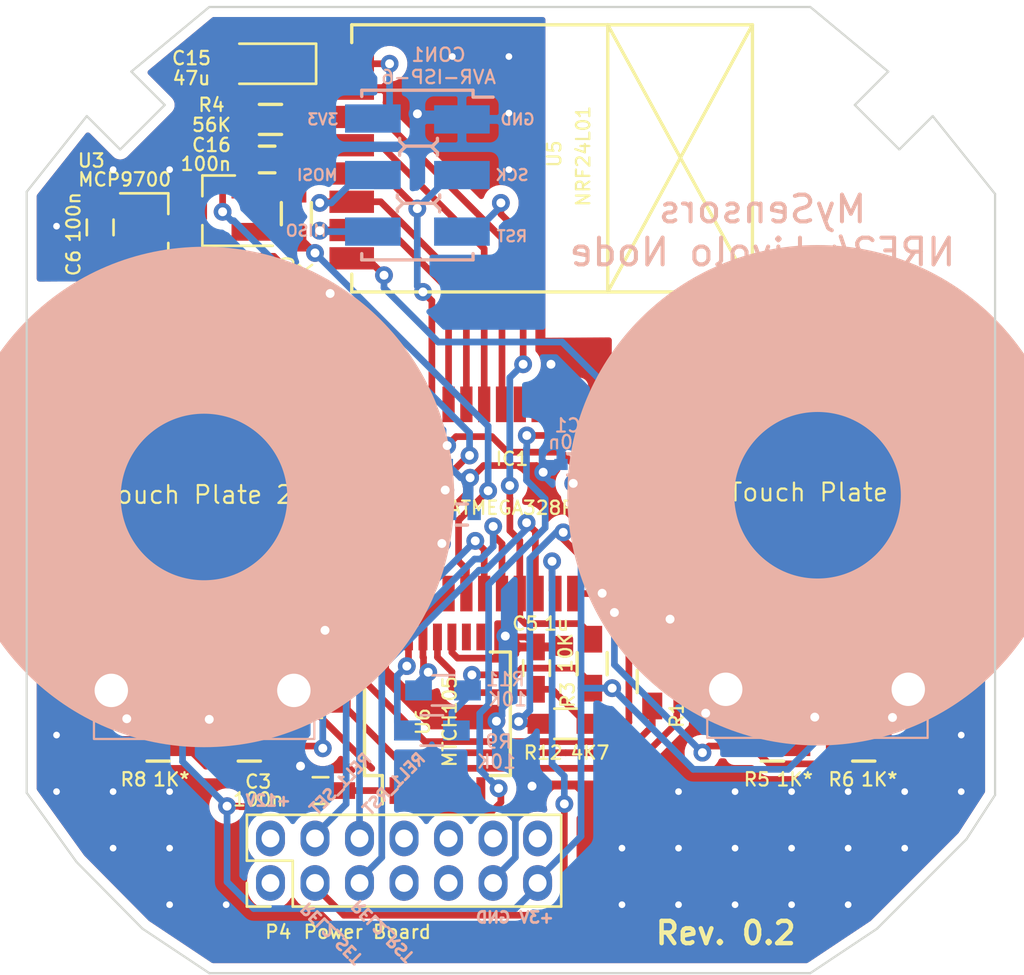
<source format=kicad_pcb>
(kicad_pcb (version 20170922) (host pcbnew no-vcs-found-b6d54ac~60~ubuntu16.04.1)
  (layers (0 F.Cu signal) (31 B.Cu signal) (34 B.Paste user) (35 F.Paste user) (36 B.SilkS user) (37 F.SilkS user) (38 B.Mask user) (39 F.Mask user) (44 Edge.Cuts user))
  (net 0 "")
  (net 1 +3V3)
  (net 2 GND)
  (net 3 "Net-(C4-Pad2)")
  (net 4 /RESET)
  (net 5 /MISO)
  (net 6 /SCK)
  (net 7 /MOSI)
  (net 8 "Net-(D3-Pad2)")
  (net 9 "Net-(D4-Pad1)")
  (net 10 "Net-(D5-Pad1)")
  (net 11 "Net-(D6-Pad2)")
  (net 12 /TS2)
  (net 13 /S2_LEDs)
  (net 14 /TS1)
  (net 15 /S1_LEDs)
  (net 16 "Net-(R1-Pad1)")
  (net 17 /Relay2_Reset)
  (net 18 /Relay1_Reset)
  (net 19 /Relay2_Set)
  (net 20 /Relay1_Set)
  (net 21 /ATSHA204A)
  (net 22 "Net-(C5-Pad1)")
  (net 23 /RADIO_IRQ)
  (net 24 /RADIO_CSN)
  (net 25 /RADIO_CE)
  (net 26 /MTPM)
  (net 27 /MTSA)
  (net 28 "Net-(R1-Pad2)")
  (net 29 "Net-(R2-Pad2)")
  (net 30 "Net-(R2-Pad1)")
  (net 31 "Net-(U1-Pad2)")
  (net 32 "Net-(IC1-Pad22)")
  (net 33 /TEMP_SENS)
  (net 34 "Net-(IC1-Pad12)")
  (net 35 "Net-(IC1-Pad11)")
  (net 36 "Net-(IC1-Pad8)")
  (net 37 "Net-(IC1-Pad7)")
  (net 38 "Net-(P4-Pad14)")
  (net 39 "Net-(P4-Pad12)")
  (net 40 "Net-(P4-Pad10)")
  (net 41 "Net-(P4-Pad9)")
  (net 42 "Net-(P4-Pad8)")
  (net 43 "Net-(P4-Pad7)")
  (net 44 "Net-(P4-Pad2)")
  (net 45 "Net-(P4-Pad1)")
  (net 46 "Net-(U6-Pad6)")
  (net 47 "Net-(U6-Pad7)")
  (net 48 "Net-(U6-Pad8)")
  (net 49 "Net-(U6-Pad9)")
  (module TO_SOT_Packages_SMD:SOT-23 (layer F.Cu) (at 126.3 80.15)
    (fp_text reference U3 (at -2.7 -3.05) (layer F.SilkS) (effects (font (size 0.6 0.6) (thickness 0.1))))
    (fp_text value MCP9700 (at -1.2 -2.2) (layer F.SilkS) (effects (font (size 0.6 0.6) (thickness 0.1))))
    (pad 3 smd rect (at 1 0) (size 0.9 0.8) (layers F.Cu F.Paste F.Mask) (net 2 GND))
    (pad 2 smd rect (at -1 0.95) (size 0.9 0.8) (layers F.Cu F.Paste F.Mask) (net 33 /TEMP_SENS))
    (pad 1 smd rect (at -1 -0.95) (size 0.9 0.8) (layers F.Cu F.Paste F.Mask) (net 1 +3V3))
  )
  (module mysensors_radios:NRF24L01-SMD (layer F.Cu) (at 144 77 270)
    (fp_text reference U5 (at -0.2 -0.4 270) (layer F.SilkS) (effects (font (size 0.6 0.6) (thickness 0.1))))
    (fp_text value NRF24L01 (at -0.1 -1.7 270) (layer F.SilkS) (effects (font (size 0.6 0.6) (thickness 0.1))))
    (pad 2 smd rect (at -4.4 8.7 270) (size 1 2) (layers F.Cu F.Paste F.Mask) (net 1 +3V3))
    (pad 1 smd rect (at -3.13 8.7 270) (size 1 2) (layers F.Cu F.Paste F.Mask) (net 2 GND))
    (pad 3 smd rect (at -1.86 8.7 270) (size 1 2) (layers F.Cu F.Paste F.Mask) (net 25 /RADIO_CE))
    (pad 4 smd rect (at -0.59 8.7 270) (size 1 2) (layers F.Cu F.Paste F.Mask) (net 24 /RADIO_CSN))
    (pad 5 smd rect (at 0.68 8.7 270) (size 1 2) (layers F.Cu F.Paste F.Mask) (net 6 /SCK))
    (pad 6 smd rect (at 1.95 8.7 270) (size 1 2) (layers F.Cu F.Paste F.Mask) (net 7 /MOSI))
    (pad 7 smd rect (at 3.22 8.7 270) (size 1 2) (layers F.Cu F.Paste F.Mask) (net 5 /MISO))
    (pad 8 smd rect (at 4.49 8.7 270) (size 1 2) (layers F.Cu F.Paste F.Mask) (net 23 /RADIO_IRQ))
  )
  (module Pin_Headers:Pin_Header_Straight_2x07_Pitch2.00mm (layer F.Cu) (at 131.65 109.55 90)
    (fp_text reference P4 (at -2.2 0.35 180) (layer F.SilkS) (effects (font (size 0.6 0.6) (thickness 0.1))))
    (fp_text value "Power Board" (at -2.2 4.35 180) (layer F.SilkS) (effects (font (size 0.6 0.6) (thickness 0.1))))
    (pad 14 thru_hole oval (at 2 12 90) (size 1.6 1.3) (drill 0.8) (layers *.Cu *.Mask) (net 38 "Net-(P4-Pad14)"))
    (pad 13 thru_hole oval (at 0 12 90) (size 1.6 1.3) (drill 0.8) (layers *.Cu *.Mask) (net 1 +3V3))
    (pad 12 thru_hole oval (at 2 10 90) (size 1.6 1.3) (drill 0.8) (layers *.Cu *.Mask) (net 39 "Net-(P4-Pad12)"))
    (pad 11 thru_hole oval (at 0 10 90) (size 1.6 1.3) (drill 0.8) (layers *.Cu *.Mask) (net 2 GND))
    (pad 10 thru_hole oval (at 2 8 90) (size 1.6 1.3) (drill 0.8) (layers *.Cu *.Mask) (net 40 "Net-(P4-Pad10)"))
    (pad 9 thru_hole oval (at 0 8 90) (size 1.6 1.3) (drill 0.8) (layers *.Cu *.Mask) (net 41 "Net-(P4-Pad9)"))
    (pad 8 thru_hole oval (at 2 6 90) (size 1.6 1.3) (drill 0.8) (layers *.Cu *.Mask) (net 42 "Net-(P4-Pad8)"))
    (pad 7 thru_hole oval (at 0 6 90) (size 1.6 1.3) (drill 0.8) (layers *.Cu *.Mask) (net 43 "Net-(P4-Pad7)"))
    (pad 6 thru_hole oval (at 2 4 90) (size 1.6 1.3) (drill 0.8) (layers *.Cu *.Mask) (net 18 /Relay1_Reset))
    (pad 5 thru_hole oval (at 0 4 90) (size 1.6 1.3) (drill 0.8) (layers *.Cu *.Mask) (net 19 /Relay2_Set))
    (pad 4 thru_hole oval (at 2 2 90) (size 1.6 1.3) (drill 0.8) (layers *.Cu *.Mask) (net 20 /Relay1_Set))
    (pad 3 thru_hole oval (at 0 2 90) (size 1.6 1.3) (drill 0.8) (layers *.Cu *.Mask) (net 17 /Relay2_Reset))
    (pad 2 thru_hole oval (at 2 0 90) (size 1.6 1.3) (drill 0.8) (layers *.Cu *.Mask) (net 44 "Net-(P4-Pad2)"))
    (pad 1 thru_hole oval (at 0 0 90) (size 1.6 1.3) (drill 0.8) (layers *.Cu *.Mask) (net 45 "Net-(P4-Pad1)"))
  )
  (module myfootprints:Livolo_EU_SW_2_Channel_1Way_Frame_VL-C702X-2_Ver_C1 (layer B.Cu) (at 142.3 92 180)
    (fp_text reference REF** hide)
    (fp_text value Livolo_EU_SW_2Ways_Frame_VL-C702X-2_Ver_C1 hide)
  )
  (module Resistors_SMD:R_0603_HandSoldering (layer F.Cu) (at 134.8 100.2 270)
    (fp_text reference R2 (at 1.5 1.1 270) (layer F.SilkS) (effects (font (size 0.6 0.6) (thickness 0.1))))
    (fp_text value 4K7 (at -0.9 1.1 270) (layer F.SilkS) (effects (font (size 0.6 0.6) (thickness 0.1))))
    (pad 2 smd rect (at 1.1 0 270) (size 1.2 0.9) (layers F.Cu F.Paste F.Mask) (net 29 "Net-(R2-Pad2)"))
    (pad 1 smd rect (at -1.1 0 270) (size 1.2 0.9) (layers F.Cu F.Paste F.Mask) (net 30 "Net-(R2-Pad1)"))
  )
  (module myfootprints:AVR_ISP_SMT_Small_02x03 (layer B.Cu) (at 138.25 77.75 270)
    (fp_text reference CON1 (at -5.4 -0.95) (layer B.SilkS) (effects (font (size 0.6 0.6) (thickness 0.1)) (justify mirror)))
    (fp_text value AVR-ISP-6 (at -4.4 -0.95 180) (layer B.SilkS) (effects (font (size 0.6 0.6) (thickness 0.1)) (justify mirror)))
    (pad 2 smd rect (at -2.54 2 270) (size 1.27 2.5) (layers B.Cu B.Paste B.Mask) (net 1 +3V3))
    (pad 4 smd rect (at 0 2 270) (size 1.27 2.5) (layers B.Cu B.Paste B.Mask) (net 7 /MOSI))
    (pad 6 smd rect (at 2.54 2 270) (size 1.27 2.5) (layers B.Cu B.Paste B.Mask) (net 5 /MISO))
    (pad 5 smd rect (at 2.54 -2 270) (size 1.27 2.5) (layers B.Cu B.Paste B.Mask) (net 4 /RESET))
    (pad 3 smd rect (at 0 -2 270) (size 1.27 2.5) (layers B.Cu B.Paste B.Mask) (net 6 /SCK))
    (pad 1 smd rect (at -2.5 -2 270) (size 1.27 2.5) (layers B.Cu B.Paste B.Mask) (net 2 GND))
  )
  (module Resistors_SMD:R_0603_HandSoldering (layer F.Cu) (at 132.812 79.484 270)
    (fp_text reference R10 (at 2.766 0.412 270) (layer F.SilkS) (effects (font (size 0.6 0.6) (thickness 0.1))))
    (fp_text value 1K (at 2.766 -0.438 270) (layer F.SilkS) (effects (font (size 0.6 0.6) (thickness 0.1))))
    (pad 1 smd rect (at -1.1 0 270) (size 1.2 0.9) (layers F.Cu F.Paste F.Mask) (net 1 +3V3))
    (pad 2 smd rect (at 1.1 0 270) (size 1.2 0.9) (layers F.Cu F.Paste F.Mask) (net 21 /ATSHA204A))
  )
  (module myfootprints:hole_1.5mm (layer F.Cu) (at 152.1 100.85)
    (fp_text reference REF** hide)
    (fp_text value hole_1.5mm hide)
    (pad "" np_thru_hole circle (at 0 0) (size 1.5 1.5) (drill 1.5) (layers *.Cu *.Mask))
  )
  (module myfootprints:hole_1.5mm (layer F.Cu) (at 160.3 100.85)
    (fp_text reference REF** hide)
    (fp_text value hole_1.5mm hide)
    (pad "" np_thru_hole circle (at 0 0) (size 1.5 1.5) (drill 1.5) (layers *.Cu *.Mask))
  )
  (module myfootprints:hole_1.5mm (layer F.Cu) (at 132.7 100.9)
    (fp_text reference REF** hide)
    (fp_text value hole_1.5mm hide)
    (pad "" np_thru_hole circle (at 0 0) (size 1.5 1.5) (drill 1.5) (layers *.Cu *.Mask))
  )
  (module myfootprints:hole_1.5mm (layer F.Cu) (at 124.5 100.9)
    (fp_text reference REF** hide)
    (fp_text value hole_1.5mm hide)
    (pad "" np_thru_hole circle (at 0 0) (size 1.5 1.5) (drill 1.5) (layers *.Cu *.Mask))
  )
  (module Capacitors_SMD:C_0402 (layer B.Cu) (at 140.25 93 180)
    (fp_text reference C4 (at 1.65 0.4) (layer B.SilkS) (effects (font (size 0.6 0.6) (thickness 0.1)) (justify mirror)))
    (fp_text value 100n (at 2.15 -0.5) (layer B.SilkS) (effects (font (size 0.6 0.6) (thickness 0.1)) (justify mirror)))
    (pad 1 smd rect (at -0.55 0 180) (size 0.6 0.5) (layers B.Cu B.Paste B.Mask) (net 2 GND))
    (pad 2 smd rect (at 0.55 0 180) (size 0.6 0.5) (layers B.Cu B.Paste B.Mask) (net 3 "Net-(C4-Pad2)"))
  )
  (module Capacitors_SMD:C_0402 (layer B.Cu) (at 139 90.75 180)
    (fp_text reference C2 (at 0.5 1.75 180) (layer B.SilkS) (effects (font (size 0.6 0.6) (thickness 0.1)) (justify mirror)))
    (fp_text value 100n (at 0.75 1 180) (layer B.SilkS) (effects (font (size 0.6 0.6) (thickness 0.1)) (justify mirror)))
    (pad 1 smd rect (at -0.55 0 180) (size 0.6 0.5) (layers B.Cu B.Paste B.Mask) (net 2 GND))
    (pad 2 smd rect (at 0.55 0 180) (size 0.6 0.5) (layers B.Cu B.Paste B.Mask) (net 1 +3V3))
  )
  (module Capacitors_SMD:C_0402 (layer B.Cu) (at 145.25 90.75 180)
    (fp_text reference C1 (at 0.25 1.75 180) (layer B.SilkS) (effects (font (size 0.6 0.6) (thickness 0.1)) (justify mirror)))
    (fp_text value 100n (at 0 1 180) (layer B.SilkS) (effects (font (size 0.6 0.6) (thickness 0.1)) (justify mirror)))
    (pad 1 smd rect (at -0.55 0 180) (size 0.6 0.5) (layers B.Cu B.Paste B.Mask) (net 1 +3V3))
    (pad 2 smd rect (at 0.55 0 180) (size 0.6 0.5) (layers B.Cu B.Paste B.Mask) (net 2 GND))
  )
  (module Diodes_SMD:D_0603 (layer B.Cu) (at 130.5 102.15 180)
    (fp_text reference D3 (at -0.9 1.05 180) (layer B.SilkS) (effects (font (size 0.6 0.6) (thickness 0.1)) (justify mirror)))
    (fp_text value Blue (at 0.8 1.05 180) (layer B.SilkS) (effects (font (size 0.6 0.6) (thickness 0.1)) (justify mirror)))
    (pad 2 smd rect (at 0.85 0 180) (size 0.6 0.8) (layers B.Cu B.Paste B.Mask) (net 8 "Net-(D3-Pad2)"))
    (pad 1 smd rect (at -0.85 0 180) (size 0.6 0.8) (layers B.Cu B.Paste B.Mask) (net 2 GND))
  )
  (module Diodes_SMD:D_0603 (layer B.Cu) (at 126.85 102.15)
    (fp_text reference D4 (at 1.05 -1.05) (layer B.SilkS) (effects (font (size 0.6 0.6) (thickness 0.1)) (justify mirror)))
    (fp_text value Red (at -0.6 -1.05) (layer B.SilkS) (effects (font (size 0.6 0.6) (thickness 0.1)) (justify mirror)))
    (pad 1 smd rect (at -0.85 0) (size 0.6 0.8) (layers B.Cu B.Paste B.Mask) (net 9 "Net-(D4-Pad1)"))
    (pad 2 smd rect (at 0.85 0) (size 0.6 0.8) (layers B.Cu B.Paste B.Mask) (net 1 +3V3))
  )
  (module Diodes_SMD:D_0603 (layer B.Cu) (at 157.95 102.15 180)
    (fp_text reference D5 (at -1.05 1.05 180) (layer B.SilkS) (effects (font (size 0.6 0.6) (thickness 0.1)) (justify mirror)))
    (fp_text value Red (at 0.55 1.05 180) (layer B.SilkS) (effects (font (size 0.6 0.6) (thickness 0.1)) (justify mirror)))
    (pad 1 smd rect (at -0.85 0 180) (size 0.6 0.8) (layers B.Cu B.Paste B.Mask) (net 10 "Net-(D5-Pad1)"))
    (pad 2 smd rect (at 0.85 0 180) (size 0.6 0.8) (layers B.Cu B.Paste B.Mask) (net 1 +3V3))
  )
  (module Diodes_SMD:D_0603 (layer B.Cu) (at 154.6 102.15)
    (fp_text reference D6 (at 1.2 -1.05) (layer B.SilkS) (effects (font (size 0.6 0.6) (thickness 0.1)) (justify mirror)))
    (fp_text value Blue (at -0.6 -1.05) (layer B.SilkS) (effects (font (size 0.6 0.6) (thickness 0.1)) (justify mirror)))
    (pad 2 smd rect (at 0.85 0) (size 0.6 0.8) (layers B.Cu B.Paste B.Mask) (net 11 "Net-(D6-Pad2)"))
    (pad 1 smd rect (at -0.85 0) (size 0.6 0.8) (layers B.Cu B.Paste B.Mask) (net 2 GND))
  )
  (module Housings_QFP:TQFP-32_7x7mm_Pitch0.8mm (layer F.Cu) (at 142.45 92.3 180)
    (fp_text reference IC1 (at -0.05 1.8) (layer F.SilkS) (effects (font (size 0.6 0.6) (thickness 0.1))))
    (fp_text value ATMEGA328P (at -0.05 -0.4 180) (layer F.SilkS) (effects (font (size 0.6 0.6) (thickness 0.1))))
    (pad 32 smd rect (at -2.8 -4.25 270) (size 1.6 0.55) (layers F.Cu F.Paste F.Mask) (net 23 /RADIO_IRQ))
    (pad 31 smd rect (at -2 -4.25 270) (size 1.6 0.55) (layers F.Cu F.Paste F.Mask) (net 17 /Relay2_Reset))
    (pad 30 smd rect (at -1.2 -4.25 270) (size 1.6 0.55) (layers F.Cu F.Paste F.Mask) (net 19 /Relay2_Set))
    (pad 29 smd rect (at -0.4 -4.25 270) (size 1.6 0.55) (layers F.Cu F.Paste F.Mask) (net 4 /RESET))
    (pad 28 smd rect (at 0.4 -4.25 270) (size 1.6 0.55) (layers F.Cu F.Paste F.Mask) (net 18 /Relay1_Reset))
    (pad 27 smd rect (at 1.2 -4.25 270) (size 1.6 0.55) (layers F.Cu F.Paste F.Mask) (net 20 /Relay1_Set))
    (pad 26 smd rect (at 2 -4.25 270) (size 1.6 0.55) (layers F.Cu F.Paste F.Mask) (net 21 /ATSHA204A))
    (pad 25 smd rect (at 2.8 -4.25 270) (size 1.6 0.55) (layers F.Cu F.Paste F.Mask) (net 12 /TS2))
    (pad 24 smd rect (at 4.25 -2.8 180) (size 1.6 0.55) (layers F.Cu F.Paste F.Mask) (net 14 /TS1))
    (pad 23 smd rect (at 4.25 -2 180) (size 1.6 0.55) (layers F.Cu F.Paste F.Mask) (net 13 /S2_LEDs))
    (pad 22 smd rect (at 4.25 -1.2 180) (size 1.6 0.55) (layers F.Cu F.Paste F.Mask) (net 32 "Net-(IC1-Pad22)"))
    (pad 21 smd rect (at 4.25 -0.4 180) (size 1.6 0.55) (layers F.Cu F.Paste F.Mask) (net 2 GND))
    (pad 20 smd rect (at 4.25 0.4 180) (size 1.6 0.55) (layers F.Cu F.Paste F.Mask) (net 3 "Net-(C4-Pad2)"))
    (pad 19 smd rect (at 4.25 1.2 180) (size 1.6 0.55) (layers F.Cu F.Paste F.Mask) (net 33 /TEMP_SENS))
    (pad 18 smd rect (at 4.25 2 180) (size 1.6 0.55) (layers F.Cu F.Paste F.Mask) (net 1 +3V3))
    (pad 17 smd rect (at 4.25 2.8 180) (size 1.6 0.55) (layers F.Cu F.Paste F.Mask) (net 6 /SCK))
    (pad 16 smd rect (at 2.8 4.25 270) (size 1.6 0.55) (layers F.Cu F.Paste F.Mask) (net 5 /MISO))
    (pad 15 smd rect (at 2 4.25 270) (size 1.6 0.55) (layers F.Cu F.Paste F.Mask) (net 7 /MOSI))
    (pad 14 smd rect (at 1.2 4.25 270) (size 1.6 0.55) (layers F.Cu F.Paste F.Mask) (net 24 /RADIO_CSN))
    (pad 13 smd rect (at 0.4 4.25 270) (size 1.6 0.55) (layers F.Cu F.Paste F.Mask) (net 25 /RADIO_CE))
    (pad 12 smd rect (at -0.4 4.25 270) (size 1.6 0.55) (layers F.Cu F.Paste F.Mask) (net 34 "Net-(IC1-Pad12)"))
    (pad 11 smd rect (at -1.2 4.25 270) (size 1.6 0.55) (layers F.Cu F.Paste F.Mask) (net 35 "Net-(IC1-Pad11)"))
    (pad 10 smd rect (at -2 4.25 270) (size 1.6 0.55) (layers F.Cu F.Paste F.Mask) (net 26 /MTPM))
    (pad 9 smd rect (at -2.8 4.25 270) (size 1.6 0.55) (layers F.Cu F.Paste F.Mask))
    (pad 8 smd rect (at -4.25 2.8 180) (size 1.6 0.55) (layers F.Cu F.Paste F.Mask) (net 36 "Net-(IC1-Pad8)"))
    (pad 7 smd rect (at -4.25 2 180) (size 1.6 0.55) (layers F.Cu F.Paste F.Mask) (net 37 "Net-(IC1-Pad7)"))
    (pad 6 smd rect (at -4.25 1.2 180) (size 1.6 0.55) (layers F.Cu F.Paste F.Mask) (net 1 +3V3))
    (pad 5 smd rect (at -4.25 0.4 180) (size 1.6 0.55) (layers F.Cu F.Paste F.Mask) (net 2 GND))
    (pad 4 smd rect (at -4.25 -0.4 180) (size 1.6 0.55) (layers F.Cu F.Paste F.Mask) (net 1 +3V3))
    (pad 3 smd rect (at -4.25 -1.2 180) (size 1.6 0.55) (layers F.Cu F.Paste F.Mask) (net 2 GND))
    (pad 2 smd rect (at -4.25 -2 180) (size 1.6 0.55) (layers F.Cu F.Paste F.Mask) (net 15 /S1_LEDs))
    (pad 1 smd rect (at -4.25 -2.8 180) (size 1.6 0.55) (layers F.Cu F.Paste F.Mask) (net 27 /MTSA))
  )
  (module Resistors_SMD:R_0603_HandSoldering (layer F.Cu) (at 148.8 100.5 90)
    (fp_text reference R1 (at -1.5 1.1 90) (layer F.SilkS) (effects (font (size 0.6 0.6) (thickness 0.1))))
    (fp_text value 4K7 (at 1.4 1.2 90) (layer F.SilkS) (effects (font (size 0.6 0.6) (thickness 0.1))))
    (pad 1 smd rect (at -1.1 0 90) (size 1.2 0.9) (layers F.Cu F.Paste F.Mask) (net 16 "Net-(R1-Pad1)"))
    (pad 2 smd rect (at 1.1 0 90) (size 1.2 0.9) (layers F.Cu F.Paste F.Mask) (net 28 "Net-(R1-Pad2)"))
  )
  (module Resistors_SMD:R_0603_HandSoldering (layer F.Cu) (at 146.1 99.7 90)
    (fp_text reference R3 (at -1.4 -1.1 270) (layer F.SilkS) (effects (font (size 0.6 0.6) (thickness 0.1))))
    (fp_text value 10K (at 0.5 -1.2 90) (layer F.SilkS) (effects (font (size 0.6 0.6) (thickness 0.1))))
    (pad 1 smd rect (at -1.1 0 90) (size 1.2 0.9) (layers F.Cu F.Paste F.Mask) (net 1 +3V3))
    (pad 2 smd rect (at 1.1 0 90) (size 1.2 0.9) (layers F.Cu F.Paste F.Mask) (net 4 /RESET))
  )
  (module Resistors_SMD:R_0603_HandSoldering (layer F.Cu) (at 131.65 75.25 180)
    (fp_text reference R4 (at 2.65 0.65) (layer F.SilkS) (effects (font (size 0.6 0.6) (thickness 0.1))))
    (fp_text value 56K (at 2.65 -0.25) (layer F.SilkS) (effects (font (size 0.6 0.6) (thickness 0.1))))
    (pad 2 smd rect (at 1.1 0 180) (size 1.2 0.9) (layers F.Cu F.Paste F.Mask) (net 1 +3V3))
    (pad 1 smd rect (at -1.1 0 180) (size 1.2 0.9) (layers F.Cu F.Paste F.Mask) (net 24 /RADIO_CSN))
  )
  (module Resistors_SMD:R_0603_HandSoldering (layer F.Cu) (at 154.2 103.4 180)
    (fp_text reference R5 (at 0.7 -1.5 180) (layer F.SilkS) (effects (font (size 0.6 0.6) (thickness 0.1))))
    (fp_text value 1K* (at -1 -1.5 180) (layer F.SilkS) (effects (font (size 0.6 0.6) (thickness 0.1))))
    (pad 1 smd rect (at -1.1 0 180) (size 1.2 0.9) (layers F.Cu F.Paste F.Mask) (net 11 "Net-(D6-Pad2)"))
    (pad 2 smd rect (at 1.1 0 180) (size 1.2 0.9) (layers F.Cu F.Paste F.Mask) (net 15 /S1_LEDs))
  )
  (module Resistors_SMD:R_0603_HandSoldering (layer F.Cu) (at 158.3 103.4 180)
    (fp_text reference R6 (at 1 -1.5) (layer F.SilkS) (effects (font (size 0.6 0.6) (thickness 0.1))))
    (fp_text value 1K* (at -0.7 -1.5) (layer F.SilkS) (effects (font (size 0.6 0.6) (thickness 0.1))))
    (pad 2 smd rect (at 1.1 0 180) (size 1.2 0.9) (layers F.Cu F.Paste F.Mask) (net 15 /S1_LEDs))
    (pad 1 smd rect (at -1.1 0 180) (size 1.2 0.9) (layers F.Cu F.Paste F.Mask) (net 10 "Net-(D5-Pad1)"))
  )
  (module Resistors_SMD:R_0603_HandSoldering (layer F.Cu) (at 130.7 103.4)
    (fp_text reference R7 (at -0.6 -1.2) (layer F.SilkS) (effects (font (size 0.6 0.6) (thickness 0.1))))
    (fp_text value 1K* (at 1.2 -1.2) (layer F.SilkS) (effects (font (size 0.6 0.6) (thickness 0.1))))
    (pad 1 smd rect (at -1.1 0) (size 1.2 0.9) (layers F.Cu F.Paste F.Mask) (net 8 "Net-(D3-Pad2)"))
    (pad 2 smd rect (at 1.1 0) (size 1.2 0.9) (layers F.Cu F.Paste F.Mask) (net 13 /S2_LEDs))
  )
  (module Resistors_SMD:R_0603_HandSoldering (layer F.Cu) (at 126.6 103.4)
    (fp_text reference R8 (at -1.1 1.5 180) (layer F.SilkS) (effects (font (size 0.6 0.6) (thickness 0.1))))
    (fp_text value 1K* (at 0.6 1.5 180) (layer F.SilkS) (effects (font (size 0.6 0.6) (thickness 0.1))))
    (pad 2 smd rect (at 1.1 0) (size 1.2 0.9) (layers F.Cu F.Paste F.Mask) (net 13 /S2_LEDs))
    (pad 1 smd rect (at -1.1 0) (size 1.2 0.9) (layers F.Cu F.Paste F.Mask) (net 9 "Net-(D4-Pad1)"))
  )
  (module Capacitors_SMD:C_0603_HandSoldering (layer F.Cu) (at 131.5 77.05)
    (fp_text reference C16 (at -2.5 -0.65) (layer F.SilkS) (effects (font (size 0.6 0.6) (thickness 0.1))))
    (fp_text value 100n (at -2.75 0.2) (layer F.SilkS) (effects (font (size 0.6 0.6) (thickness 0.1))))
    (pad 2 smd rect (at 0.95 0) (size 1.2 0.75) (layers F.Cu F.Paste F.Mask) (net 1 +3V3))
    (pad 1 smd rect (at -0.95 0) (size 1.2 0.75) (layers F.Cu F.Paste F.Mask) (net 2 GND))
  )
  (module TO_SOT_Packages_SMD:SOT-23_Handsoldering (layer F.Cu) (at 129.35 79.35 180)
    (fp_text reference U7 (at -0.15 -2.45) (layer F.SilkS) (effects (font (size 0.6 0.6) (thickness 0.1))))
    (fp_text value ATSHA204A (at 0.35 -3.4) (layer F.SilkS) (effects (font (size 0.6 0.6) (thickness 0.1))))
    (pad 3 smd rect (at 1.5 0 180) (size 1.9 0.8) (layers F.Cu F.Paste F.Mask) (net 2 GND))
    (pad 2 smd rect (at -1.5 0.95 180) (size 1.9 0.8) (layers F.Cu F.Paste F.Mask) (net 1 +3V3))
    (pad 1 smd rect (at -1.5 -0.95 180) (size 1.9 0.8) (layers F.Cu F.Paste F.Mask) (net 21 /ATSHA204A))
  )
  (module Capacitors_Tantalum_SMD:CP_Tantalum_Case-R_EIA-2012-12_Wave (layer F.Cu) (at 131.25 72.75 180)
    (fp_text reference C15 (at 3.15 0.25) (layer F.SilkS) (effects (font (size 0.6 0.6) (thickness 0.1))))
    (fp_text value 47u (at 3.15 -0.65) (layer F.SilkS) (effects (font (size 0.6 0.6) (thickness 0.1))))
    (pad 2 smd rect (at 1.275 0 180) (size 1.75 1.26) (layers F.Cu F.Paste F.Mask) (net 2 GND))
    (pad 1 smd rect (at -1.275 0 180) (size 1.75 1.26) (layers F.Cu F.Paste F.Mask) (net 1 +3V3))
  )
  (module Capacitors_SMD:C_0603_HandSoldering (layer F.Cu) (at 143.6 99.9 90)
    (fp_text reference C5 (at 2 -0.5 180) (layer F.SilkS) (effects (font (size 0.6 0.6) (thickness 0.1))))
    (fp_text value 1u (at 2 0.9 180) (layer F.SilkS) (effects (font (size 0.6 0.6) (thickness 0.1))))
    (pad 1 smd rect (at -0.95 0 90) (size 1.2 0.75) (layers F.Cu F.Paste F.Mask) (net 22 "Net-(C5-Pad1)"))
    (pad 2 smd rect (at 0.95 0 90) (size 1.2 0.75) (layers F.Cu F.Paste F.Mask) (net 2 GND))
  )
  (module Resistors_SMD:R_0603_HandSoldering (layer B.Cu) (at 138.9 102.7 180)
    (fp_text reference R9 (at -3 -0.5 180) (layer B.SilkS) (effects (font (size 0.6 0.6) (thickness 0.1)) (justify mirror)))
    (fp_text value 10K (at -2.9 -1.4 180) (layer B.SilkS) (effects (font (size 0.6 0.6) (thickness 0.1)) (justify mirror)))
    (pad 1 smd rect (at -1.1 0 180) (size 1.2 0.9) (layers B.Cu B.Paste B.Mask) (net 1 +3V3))
    (pad 2 smd rect (at 1.1 0 180) (size 1.2 0.9) (layers B.Cu B.Paste B.Mask) (net 14 /TS1))
  )
  (module Resistors_SMD:R_0603_HandSoldering (layer B.Cu) (at 139.4 100.9 180)
    (fp_text reference R11 (at -2.8 0.5 180) (layer B.SilkS) (effects (font (size 0.6 0.6) (thickness 0.1)) (justify mirror)))
    (fp_text value 10K (at -2.9 -0.4 180) (layer B.SilkS) (effects (font (size 0.6 0.6) (thickness 0.1)) (justify mirror)))
    (pad 1 smd rect (at -1.1 0 180) (size 1.2 0.9) (layers B.Cu B.Paste B.Mask) (net 1 +3V3))
    (pad 2 smd rect (at 1.1 0 180) (size 1.2 0.9) (layers B.Cu B.Paste B.Mask) (net 12 /TS2))
  )
  (module Resistors_SMD:R_0603_HandSoldering (layer F.Cu) (at 144.9 102.4)
    (fp_text reference R12 (at -1 1.3) (layer F.SilkS) (effects (font (size 0.6 0.6) (thickness 0.1))))
    (fp_text value 4K7 (at 1.1 1.3) (layer F.SilkS) (effects (font (size 0.6 0.6) (thickness 0.1))))
    (pad 1 smd rect (at -1.1 0) (size 1.2 0.9) (layers F.Cu F.Paste F.Mask) (net 27 /MTSA))
    (pad 2 smd rect (at 1.1 0) (size 1.2 0.9) (layers F.Cu F.Paste F.Mask) (net 22 "Net-(C5-Pad1)"))
  )
  (module Housings_SSOP:SSOP-14_5.3x6.2mm_Pitch0.65mm (layer F.Cu) (at 139.15 101.95 90)
    (fp_text reference U6 (at -0.35 -0.65 90) (layer F.SilkS) (effects (font (size 0.6 0.6) (thickness 0.1))))
    (fp_text value MTCH105 (at -0.35 0.55 90) (layer F.SilkS) (effects (font (size 0.6 0.6) (thickness 0.1))))
    (pad 1 smd rect (at -3.45 -1.95 90) (size 1.2 0.4) (layers F.Cu F.Paste F.Mask) (net 1 +3V3))
    (pad 2 smd rect (at -3.45 -1.3 90) (size 1.2 0.4) (layers F.Cu F.Paste F.Mask) (net 29 "Net-(R2-Pad2)"))
    (pad 3 smd rect (at -3.45 -0.65 90) (size 1.2 0.4) (layers F.Cu F.Paste F.Mask) (net 16 "Net-(R1-Pad1)"))
    (pad 4 smd rect (at -3.45 0 90) (size 1.2 0.4) (layers F.Cu F.Paste F.Mask) (net 26 /MTPM))
    (pad 5 smd rect (at -3.45 0.65 90) (size 1.2 0.4) (layers F.Cu F.Paste F.Mask) (net 31 "Net-(U1-Pad2)"))
    (pad 6 smd rect (at -3.45 1.3 90) (size 1.2 0.4) (layers F.Cu F.Paste F.Mask) (net 46 "Net-(U6-Pad6)"))
    (pad 7 smd rect (at -3.45 1.95 90) (size 1.2 0.4) (layers F.Cu F.Paste F.Mask) (net 47 "Net-(U6-Pad7)"))
    (pad 8 smd rect (at 3.45 1.95 90) (size 1.2 0.4) (layers F.Cu F.Paste F.Mask) (net 48 "Net-(U6-Pad8)"))
    (pad 9 smd rect (at 3.45 1.3 90) (size 1.2 0.4) (layers F.Cu F.Paste F.Mask) (net 49 "Net-(U6-Pad9)"))
    (pad 10 smd rect (at 3.45 0.65 90) (size 1.2 0.4) (layers F.Cu F.Paste F.Mask) (net 2 GND))
    (pad 11 smd rect (at 3.45 0 90) (size 1.2 0.4) (layers F.Cu F.Paste F.Mask) (net 22 "Net-(C5-Pad1)"))
    (pad 12 smd rect (at 3.45 -0.65 90) (size 1.2 0.4) (layers F.Cu F.Paste F.Mask) (net 12 /TS2))
    (pad 13 smd rect (at 3.45 -1.3 90) (size 1.2 0.4) (layers F.Cu F.Paste F.Mask) (net 14 /TS1))
    (pad 14 smd rect (at 3.45 -1.95 90) (size 1.2 0.4) (layers F.Cu F.Paste F.Mask) (net 2 GND))
  )
  (module Capacitors_SMD:C_0603_HandSoldering (layer F.Cu) (at 133.9 105.4 180)
    (fp_text reference C3 (at 2.8 0.4 180) (layer F.SilkS) (effects (font (size 0.6 0.6) (thickness 0.1))))
    (fp_text value 100n (at 2.8 -0.4 180) (layer F.SilkS) (effects (font (size 0.6 0.6) (thickness 0.1))))
    (pad 1 smd rect (at -0.95 0 180) (size 1.2 0.75) (layers F.Cu F.Paste F.Mask) (net 1 +3V3))
    (pad 2 smd rect (at 0.95 0 180) (size 1.2 0.75) (layers F.Cu F.Paste F.Mask) (net 2 GND))
  )
  (module myfootprints:livolo_ts_guard_cut_simple (layer F.Cu) (at 128.931433 92.18665)
    (fp_text reference U1 hide)
    (fp_text value "Touch Plate 2" (at -0.541992 -0.075738) (layer F.SilkS) (effects (font (size 0.8 0.8) (thickness 0.1))))
    (fp_arc (start -0.055369 -0.230343) (end 3.857018 6.8) (angle 118.1839051) (layer F.Cu) (width 0.3))
    (fp_arc (start -0.266992 0.024262) (end -8.1 0) (angle 219.6464859) (layer F.Cu) (width 0.3))
    (fp_line (start 6.255212 4.344967) (end -4.54497 -6.455215) (layer F.Cu) (width 0.3))
    (fp_line (start 7.381422 -1.420079) (end -1.669594 7.630937) (layer F.Cu) (width 0.3))
    (fp_line (start 3.304686 3.819381) (end -5.90735 -5.392655) (layer F.Cu) (width 0.3))
    (fp_line (start 3.831181 6.768906) (end -6.968907 -4.031182) (layer F.Cu) (width 0.3))
    (fp_line (start -2.626134 7.375467) (end 7.174697 -2.425364) (layer F.Cu) (width 0.3))
    (fp_line (start 7.340848 -1.840587) (end 1.640573 -7.540862) (layer F.Cu) (width 0.3))
    (fp_line (start 5.151464 4.446459) (end 7.149561 2.448362) (layer F.Cu) (width 0.3))
    (fp_line (start 7.066725 2.73338) (end -2.983341 -7.316686) (layer F.Cu) (width 0.3))
    (fp_line (start -5.650362 5.551665) (end 5.351633 -5.45033) (layer F.Cu) (width 0.3))
    (fp_line (start 4.695133 -6.00585) (end -6.205867 4.89515) (layer F.Cu) (width 0.3))
    (fp_line (start 1.421447 -7.579224) (end -7.829748 1.671971) (layer F.Cu) (width 0.3))
    (fp_line (start -6.46339 -4.736755) (end 2.696723 4.423358) (layer F.Cu) (width 0.3))
    (fp_line (start 6.818965 -3.281652) (end -3.482939 7.020252) (layer F.Cu) (width 0.3))
    (fp_line (start -3.788858 -6.911153) (end 6.711153 3.588858) (layer F.Cu) (width 0.3))
    (fp_line (start -8.043097 0.67322) (end 0.315493 -7.68537) (layer F.Cu) (width 0.3))
    (fp_line (start 2.718276 5.667847) (end 0.642281 7.743842) (layer F.Cu) (width 0.3))
    (fp_line (start -7.936972 -1.363177) (end 1.113515 7.68731) (layer F.Cu) (width 0.3))
    (fp_line (start 0.234376 -7.734959) (end 7.53494 -0.434395) (layer F.Cu) (width 0.3))
    (fp_line (start -0.042778 7.743007) (end -8.051762 -0.265977) (layer F.Cu) (width 0.3))
    (fp_line (start -2.952562 7.257293) (end -7.455153 2.754702) (layer F.Cu) (width 0.3))
    (fp_line (start -7.94913 1.048735) (end -1.348738 7.649127) (layer F.Cu) (width 0.3))
    (fp_line (start 3.23445 -6.968227) (end -7.168184 3.434407) (layer F.Cu) (width 0.3))
    (fp_line (start -2.027397 -7.572682) (end 7.322668 1.777383) (layer F.Cu) (width 0.3))
    (fp_line (start 7.528951 0.771616) (end -0.922203 -7.679538) (layer F.Cu) (width 0.3))
    (fp_line (start -5.251482 -5.948757) (end 5.748753 5.051478) (layer F.Cu) (width 0.3))
    (fp_line (start -7.374872 -3.225187) (end 3.025418 7.175103) (layer F.Cu) (width 0.3))
    (fp_line (start 2.119155 7.48088) (end -7.681196 -2.319471) (layer F.Cu) (width 0.3))
    (fp_line (start -0.61408 7.787493) (end 7.536939 -0.363526) (layer F.Cu) (width 0.3))
    (fp_line (start -6.711917 4.18924) (end 3.988667 -6.511344) (layer F.Cu) (width 0.3))
    (fp_line (start -0.890361 -7.691516) (end -8.04927 -0.532607) (layer F.Cu) (width 0.3))
    (fp_line (start 5.906638 -4.793365) (end -4.993763 6.107036) (layer F.Cu) (width 0.3))
    (fp_line (start -4.288993 6.614286) (end 6.412653 -4.08736) (layer F.Cu) (width 0.3))
    (fp_line (start -7.523576 2.577899) (end 2.377187 -7.322864) (layer F.Cu) (width 0.3))
    (fp_line (start -7.747169 -2.046808) (end -2.29343 -7.500547) (layer F.Cu) (width 0.3))
    (fp_line (start 2.152374 7.454247) (end 3.315817 6.290804) (layer F.Cu) (width 0.3))
    (fp_line (start 7.493069 0.893054) (end 4.545752 3.840371) (layer F.Cu) (width 0.3))
    (pad 1 smd circle (at -0.266992 0.024262) (size 15 15) (layers B.Cu) (net 30 "Net-(R2-Pad1)"))
    (pad 2 smd circle (at 3.8 6.8) (size 0.5 0.5) (layers F.Cu) (net 31 "Net-(U1-Pad2)"))
    (pad 2 smd circle (at 5.7 5) (size 0.5 0.5) (layers F.Cu) (net 31 "Net-(U1-Pad2)"))
  )
  (module myfootprints:livolo_ts_guard_cut_simple (layer F.Cu) (at 156.25 92.4 270)
    (fp_text reference U2 hide)
    (fp_text value "Touch Plate 1" (at -0.4 -0.25 180) (layer F.SilkS) (effects (font (size 0.8 0.8) (thickness 0.1))))
    (fp_arc (start -0.055369 -0.230343) (end 3.857018 6.8) (angle 118.1839051) (layer F.Cu) (width 0.3))
    (fp_arc (start -0.266992 0.024262) (end -8.1 0) (angle 219.6464859) (layer F.Cu) (width 0.3))
    (fp_line (start 6.255212 4.344967) (end -4.54497 -6.455215) (layer F.Cu) (width 0.3))
    (fp_line (start 7.381422 -1.420079) (end -1.669594 7.630937) (layer F.Cu) (width 0.3))
    (fp_line (start 3.304686 3.819381) (end -5.90735 -5.392655) (layer F.Cu) (width 0.3))
    (fp_line (start 3.831181 6.768906) (end -6.968907 -4.031182) (layer F.Cu) (width 0.3))
    (fp_line (start -2.626134 7.375467) (end 7.174697 -2.425364) (layer F.Cu) (width 0.3))
    (fp_line (start 7.340848 -1.840587) (end 1.640573 -7.540862) (layer F.Cu) (width 0.3))
    (fp_line (start 5.151464 4.446459) (end 7.149561 2.448362) (layer F.Cu) (width 0.3))
    (fp_line (start 7.066725 2.73338) (end -2.983341 -7.316686) (layer F.Cu) (width 0.3))
    (fp_line (start -5.650362 5.551665) (end 5.351633 -5.45033) (layer F.Cu) (width 0.3))
    (fp_line (start 4.695133 -6.00585) (end -6.205867 4.89515) (layer F.Cu) (width 0.3))
    (fp_line (start 1.421447 -7.579224) (end -7.829748 1.671971) (layer F.Cu) (width 0.3))
    (fp_line (start -6.46339 -4.736755) (end 2.696723 4.423358) (layer F.Cu) (width 0.3))
    (fp_line (start 6.818965 -3.281652) (end -3.482939 7.020252) (layer F.Cu) (width 0.3))
    (fp_line (start -3.788858 -6.911153) (end 6.711153 3.588858) (layer F.Cu) (width 0.3))
    (fp_line (start -8.043097 0.67322) (end 0.315493 -7.68537) (layer F.Cu) (width 0.3))
    (fp_line (start 2.718276 5.667847) (end 0.642281 7.743842) (layer F.Cu) (width 0.3))
    (fp_line (start -7.936972 -1.363177) (end 1.113515 7.68731) (layer F.Cu) (width 0.3))
    (fp_line (start 0.234376 -7.734959) (end 7.53494 -0.434395) (layer F.Cu) (width 0.3))
    (fp_line (start -0.042778 7.743007) (end -8.051762 -0.265977) (layer F.Cu) (width 0.3))
    (fp_line (start -2.952562 7.257293) (end -7.455153 2.754702) (layer F.Cu) (width 0.3))
    (fp_line (start -7.94913 1.048735) (end -1.348738 7.649127) (layer F.Cu) (width 0.3))
    (fp_line (start 3.23445 -6.968227) (end -7.168184 3.434407) (layer F.Cu) (width 0.3))
    (fp_line (start -2.027397 -7.572682) (end 7.322668 1.777383) (layer F.Cu) (width 0.3))
    (fp_line (start 7.528951 0.771616) (end -0.922203 -7.679538) (layer F.Cu) (width 0.3))
    (fp_line (start -5.251482 -5.948757) (end 5.748753 5.051478) (layer F.Cu) (width 0.3))
    (fp_line (start -7.374872 -3.225187) (end 3.025418 7.175103) (layer F.Cu) (width 0.3))
    (fp_line (start 2.119155 7.48088) (end -7.681196 -2.319471) (layer F.Cu) (width 0.3))
    (fp_line (start -0.61408 7.787493) (end 7.536939 -0.363526) (layer F.Cu) (width 0.3))
    (fp_line (start -6.711917 4.18924) (end 3.988667 -6.511344) (layer F.Cu) (width 0.3))
    (fp_line (start -0.890361 -7.691516) (end -8.04927 -0.532607) (layer F.Cu) (width 0.3))
    (fp_line (start 5.906638 -4.793365) (end -4.993763 6.107036) (layer F.Cu) (width 0.3))
    (fp_line (start -4.288993 6.614286) (end 6.412653 -4.08736) (layer F.Cu) (width 0.3))
    (fp_line (start -7.523576 2.577899) (end 2.377187 -7.322864) (layer F.Cu) (width 0.3))
    (fp_line (start -7.747169 -2.046808) (end -2.29343 -7.500547) (layer F.Cu) (width 0.3))
    (fp_line (start 2.152374 7.454247) (end 3.315817 6.290804) (layer F.Cu) (width 0.3))
    (fp_line (start 7.493069 0.893054) (end 4.545752 3.840371) (layer F.Cu) (width 0.3))
    (pad 1 smd circle (at -0.266992 0.024262 270) (size 15 15) (layers B.Cu) (net 28 "Net-(R1-Pad2)"))
    (pad 2 smd circle (at 3.8 6.8 270) (size 0.5 0.5) (layers F.Cu) (net 31 "Net-(U1-Pad2)"))
    (pad 2 smd circle (at 5.7 5 270) (size 0.5 0.5) (layers F.Cu) (net 31 "Net-(U1-Pad2)"))
  )
  (module Capacitors_SMD:C_0603_HandSoldering (layer F.Cu) (at 124 80.1 90)
    (fp_text reference C6 (at -1.6 -1.2 90) (layer F.SilkS) (effects (font (size 0.6 0.6) (thickness 0.1))))
    (fp_text value 100n (at 0.45 -1.2 90) (layer F.SilkS) (effects (font (size 0.6 0.6) (thickness 0.1))))
    (pad 2 smd rect (at 0.95 0 90) (size 1.2 0.75) (layers F.Cu F.Paste F.Mask) (net 1 +3V3))
    (pad 1 smd rect (at -0.95 0 90) (size 1.2 0.75) (layers F.Cu F.Paste F.Mask) (net 2 GND))
  )
  (module VIA_MATRIX (layer F.Cu) (at 139.819726 72.426052)
    (fp_text reference V8_1 hide)
    (fp_text value AUTO_VIA hide)
    (pad 1 thru_hole circle (at 0 0) (size 0.35 0.35) (drill 0.3) (layers *.Cu) (net 2 GND) (clearance 0.2))
  )
  (module VIA_MATRIX (layer F.Cu) (at 142.359726 72.426052)
    (fp_text reference V9_1 hide)
    (fp_text value AUTO_VIA hide)
    (pad 1 thru_hole circle (at 0 0) (size 0.35 0.35) (drill 0.3) (layers *.Cu) (net 2 GND) (clearance 0.2))
  )
  (module VIA_MATRIX (layer F.Cu) (at 142.359726 74.966052)
    (fp_text reference V9_2 hide)
    (fp_text value AUTO_VIA hide)
    (pad 1 thru_hole circle (at 0 0) (size 0.35 0.35) (drill 0.3) (layers *.Cu) (net 2 GND) (clearance 0.2))
  )
  (module VIA_MATRIX (layer F.Cu) (at 124.579726 77.506052)
    (fp_text reference V2_3 hide)
    (fp_text value AUTO_VIA hide)
    (pad 1 thru_hole circle (at 0 0) (size 0.35 0.35) (drill 0.3) (layers *.Cu) (net 2 GND) (clearance 0.2))
  )
  (module VIA_MATRIX (layer F.Cu) (at 127.119726 77.506052)
    (fp_text reference V3_3 hide)
    (fp_text value AUTO_VIA hide)
    (pad 1 thru_hole circle (at 0 0) (size 0.35 0.35) (drill 0.3) (layers *.Cu) (net 2 GND) (clearance 0.2))
  )
  (module VIA_MATRIX (layer F.Cu) (at 142.359726 77.506052)
    (fp_text reference V9_3 hide)
    (fp_text value AUTO_VIA hide)
    (pad 1 thru_hole circle (at 0 0) (size 0.35 0.35) (drill 0.3) (layers *.Cu) (net 2 GND) (clearance 0.2))
  )
  (module VIA_MATRIX (layer F.Cu) (at 122.039726 80.046052)
    (fp_text reference V1_4 hide)
    (fp_text value AUTO_VIA hide)
    (pad 1 thru_hole circle (at 0 0) (size 0.35 0.35) (drill 0.3) (layers *.Cu) (net 2 GND) (clearance 0.2))
  )
  (module VIA_MATRIX (layer F.Cu) (at 122.039726 102.906052)
    (fp_text reference V1_13 hide)
    (fp_text value AUTO_VIA hide)
    (pad 1 thru_hole circle (at 0 0) (size 0.35 0.35) (drill 0.3) (layers *.Cu) (net 2 GND) (clearance 0.2))
  )
  (module VIA_MATRIX (layer F.Cu) (at 162.679726 102.906052)
    (fp_text reference V17_13 hide)
    (fp_text value AUTO_VIA hide)
    (pad 1 thru_hole circle (at 0 0) (size 0.35 0.35) (drill 0.3) (layers *.Cu) (net 2 GND) (clearance 0.2))
  )
  (module VIA_MATRIX (layer F.Cu) (at 122.039726 105.446052)
    (fp_text reference V1_14 hide)
    (fp_text value AUTO_VIA hide)
    (pad 1 thru_hole circle (at 0 0) (size 0.35 0.35) (drill 0.3) (layers *.Cu) (net 2 GND) (clearance 0.2))
  )
  (module VIA_MATRIX (layer F.Cu) (at 124.579726 105.446052)
    (fp_text reference V2_14 hide)
    (fp_text value AUTO_VIA hide)
    (pad 1 thru_hole circle (at 0 0) (size 0.35 0.35) (drill 0.3) (layers *.Cu) (net 2 GND) (clearance 0.2))
  )
  (module VIA_MATRIX (layer F.Cu) (at 127.119726 105.446052)
    (fp_text reference V3_14 hide)
    (fp_text value AUTO_VIA hide)
    (pad 1 thru_hole circle (at 0 0) (size 0.35 0.35) (drill 0.3) (layers *.Cu) (net 2 GND) (clearance 0.2))
  )
  (module VIA_MATRIX (layer F.Cu) (at 149.979726 105.446052)
    (fp_text reference V12_14 hide)
    (fp_text value AUTO_VIA hide)
    (pad 1 thru_hole circle (at 0 0) (size 0.35 0.35) (drill 0.3) (layers *.Cu) (net 2 GND) (clearance 0.2))
  )
  (module VIA_MATRIX (layer F.Cu) (at 152.519726 105.446052)
    (fp_text reference V13_14 hide)
    (fp_text value AUTO_VIA hide)
    (pad 1 thru_hole circle (at 0 0) (size 0.35 0.35) (drill 0.3) (layers *.Cu) (net 2 GND) (clearance 0.2))
  )
  (module VIA_MATRIX (layer F.Cu) (at 155.059726 105.446052)
    (fp_text reference V14_14 hide)
    (fp_text value AUTO_VIA hide)
    (pad 1 thru_hole circle (at 0 0) (size 0.35 0.35) (drill 0.3) (layers *.Cu) (net 2 GND) (clearance 0.2))
  )
  (module VIA_MATRIX (layer F.Cu) (at 157.599726 105.446052)
    (fp_text reference V15_14 hide)
    (fp_text value AUTO_VIA hide)
    (pad 1 thru_hole circle (at 0 0) (size 0.35 0.35) (drill 0.3) (layers *.Cu) (net 2 GND) (clearance 0.2))
  )
  (module VIA_MATRIX (layer F.Cu) (at 160.139726 105.446052)
    (fp_text reference V16_14 hide)
    (fp_text value AUTO_VIA hide)
    (pad 1 thru_hole circle (at 0 0) (size 0.35 0.35) (drill 0.3) (layers *.Cu) (net 2 GND) (clearance 0.2))
  )
  (module VIA_MATRIX (layer F.Cu) (at 162.679726 105.446052)
    (fp_text reference V17_14 hide)
    (fp_text value AUTO_VIA hide)
    (pad 1 thru_hole circle (at 0 0) (size 0.35 0.35) (drill 0.3) (layers *.Cu) (net 2 GND) (clearance 0.2))
  )
  (module VIA_MATRIX (layer F.Cu) (at 124.579726 107.986052)
    (fp_text reference V2_15 hide)
    (fp_text value AUTO_VIA hide)
    (pad 1 thru_hole circle (at 0 0) (size 0.35 0.35) (drill 0.3) (layers *.Cu) (net 2 GND) (clearance 0.2))
  )
  (module VIA_MATRIX (layer F.Cu) (at 127.119726 107.986052)
    (fp_text reference V3_15 hide)
    (fp_text value AUTO_VIA hide)
    (pad 1 thru_hole circle (at 0 0) (size 0.35 0.35) (drill 0.3) (layers *.Cu) (net 2 GND) (clearance 0.2))
  )
  (module VIA_MATRIX (layer F.Cu) (at 147.439726 107.986052)
    (fp_text reference V11_15 hide)
    (fp_text value AUTO_VIA hide)
    (pad 1 thru_hole circle (at 0 0) (size 0.35 0.35) (drill 0.3) (layers *.Cu) (net 2 GND) (clearance 0.2))
  )
  (module VIA_MATRIX (layer F.Cu) (at 149.979726 107.986052)
    (fp_text reference V12_15 hide)
    (fp_text value AUTO_VIA hide)
    (pad 1 thru_hole circle (at 0 0) (size 0.35 0.35) (drill 0.3) (layers *.Cu) (net 2 GND) (clearance 0.2))
  )
  (module VIA_MATRIX (layer F.Cu) (at 152.519726 107.986052)
    (fp_text reference V13_15 hide)
    (fp_text value AUTO_VIA hide)
    (pad 1 thru_hole circle (at 0 0) (size 0.35 0.35) (drill 0.3) (layers *.Cu) (net 2 GND) (clearance 0.2))
  )
  (module VIA_MATRIX (layer F.Cu) (at 155.059726 107.986052)
    (fp_text reference V14_15 hide)
    (fp_text value AUTO_VIA hide)
    (pad 1 thru_hole circle (at 0 0) (size 0.35 0.35) (drill 0.3) (layers *.Cu) (net 2 GND) (clearance 0.2))
  )
  (module VIA_MATRIX (layer F.Cu) (at 157.599726 107.986052)
    (fp_text reference V15_15 hide)
    (fp_text value AUTO_VIA hide)
    (pad 1 thru_hole circle (at 0 0) (size 0.35 0.35) (drill 0.3) (layers *.Cu) (net 2 GND) (clearance 0.2))
  )
  (module VIA_MATRIX (layer F.Cu) (at 160.139726 107.986052)
    (fp_text reference V16_15 hide)
    (fp_text value AUTO_VIA hide)
    (pad 1 thru_hole circle (at 0 0) (size 0.35 0.35) (drill 0.3) (layers *.Cu) (net 2 GND) (clearance 0.2))
  )
  (module VIA_MATRIX (layer F.Cu) (at 127.119726 110.526052)
    (fp_text reference V3_16 hide)
    (fp_text value AUTO_VIA hide)
    (pad 1 thru_hole circle (at 0 0) (size 0.35 0.35) (drill 0.3) (layers *.Cu) (net 2 GND) (clearance 0.2))
  )
  (module VIA_MATRIX (layer F.Cu) (at 129.659726 110.526052)
    (fp_text reference V4_16 hide)
    (fp_text value AUTO_VIA hide)
    (pad 1 thru_hole circle (at 0 0) (size 0.35 0.35) (drill 0.3) (layers *.Cu) (net 2 GND) (clearance 0.2))
  )
  (module VIA_MATRIX (layer F.Cu) (at 147.439726 110.526052)
    (fp_text reference V11_16 hide)
    (fp_text value AUTO_VIA hide)
    (pad 1 thru_hole circle (at 0 0) (size 0.35 0.35) (drill 0.3) (layers *.Cu) (net 2 GND) (clearance 0.2))
  )
  (module VIA_MATRIX (layer F.Cu) (at 149.979726 110.526052)
    (fp_text reference V12_16 hide)
    (fp_text value AUTO_VIA hide)
    (pad 1 thru_hole circle (at 0 0) (size 0.35 0.35) (drill 0.3) (layers *.Cu) (net 2 GND) (clearance 0.2))
  )
  (module VIA_MATRIX (layer F.Cu) (at 152.519726 110.526052)
    (fp_text reference V13_16 hide)
    (fp_text value AUTO_VIA hide)
    (pad 1 thru_hole circle (at 0 0) (size 0.35 0.35) (drill 0.3) (layers *.Cu) (net 2 GND) (clearance 0.2))
  )
  (module VIA_MATRIX (layer F.Cu) (at 155.059726 110.526052)
    (fp_text reference V14_16 hide)
    (fp_text value AUTO_VIA hide)
    (pad 1 thru_hole circle (at 0 0) (size 0.35 0.35) (drill 0.3) (layers *.Cu) (net 2 GND) (clearance 0.2))
  )
  (module VIA_MATRIX (layer F.Cu) (at 157.599726 110.526052)
    (fp_text reference V15_16 hide)
    (fp_text value AUTO_VIA hide)
    (pad 1 thru_hole circle (at 0 0) (size 0.35 0.35) (drill 0.3) (layers *.Cu) (net 2 GND) (clearance 0.2))
  )
  (gr_text +3V (at 143.6 111.1) (layer B.SilkS) (effects (font (size 0.5 0.5) (thickness 0.12)) (justify mirror)))
  (gr_line (start 158.90064 111.60234) (end 162.91 107.59) (layer Edge.Cuts) (width 0.1))
  (gr_line (start 157.89988 74.60216) (end 159.89886 76.60114) (layer Edge.Cuts) (width 0.1))
  (gr_line (start 125.89842 111.60234) (end 128.9007 113.60132) (layer Edge.Cuts) (width 0.1))
  (gr_line (start 164.2 105.6) (end 164.2 78.5998) (layer Edge.Cuts) (width 0.1))
  (gr_line (start 126.89918 74.60216) (end 125.40058 73.10102) (layer Edge.Cuts) (width 0.1))
  (gr_line (start 155.9 70.2) (end 159.39848 73.10102) (layer Edge.Cuts) (width 0.1))
  (gr_line (start 162.91 107.59) (end 164.2 105.6) (layer Edge.Cuts) (width 0.1))
  (gr_line (start 120.7 105.5) (end 120.7 78.4998) (layer Edge.Cuts) (width 0.1))
  (gr_line (start 123.39906 75.1) (end 124.9002 76.60114) (layer Edge.Cuts) (width 0.1))
  (gr_line (start 124.9002 76.60114) (end 126.89918 74.60216) (layer Edge.Cuts) (width 0.1))
  (gr_line (start 125.40058 73.10102) (end 128.9 70.2) (layer Edge.Cuts) (width 0.1))
  (gr_line (start 128.9 70.2) (end 155.89766 70.2) (layer Edge.Cuts) (width 0.1))
  (gr_line (start 159.89886 76.60114) (end 161.4 75.1) (layer Edge.Cuts) (width 0.1))
  (gr_line (start 122.94 108.61) (end 125.89842 111.60234) (layer Edge.Cuts) (width 0.1))
  (gr_line (start 155.89836 113.60132) (end 158.90064 111.60234) (layer Edge.Cuts) (width 0.1))
  (gr_line (start 128.9007 113.60132) (end 155.89836 113.60132) (layer Edge.Cuts) (width 0.1))
  (gr_line (start 120.7 105.5) (end 122.94 108.61) (layer Edge.Cuts) (width 0.1))
  (gr_line (start 159.39848 73.10102) (end 157.89988 74.60216) (layer Edge.Cuts) (width 0.1))
  (gr_line (start 120.7 78.5) (end 123.39906 75.1) (layer Edge.Cuts) (width 0.1))
  (gr_line (start 161.4 75.1) (end 164.2 78.6) (layer Edge.Cuts) (width 0.1))
  (gr_text REL1_SET (at 134.8 105.1 45) (layer B.SilkS) (effects (font (size 0.5 0.5) (thickness 0.12)) (justify mirror)))
  (gr_text REL1_RST (at 137.2 105.1 45) (layer B.SilkS) (effects (font (size 0.5 0.5) (thickness 0.12)) (justify mirror)))
  (gr_text REL2_RST (at 136.7 111.7 135) (layer B.SilkS) (effects (font (size 0.5 0.5) (thickness 0.12)) (justify mirror)))
  (gr_text REL2_SET (at 134.4 111.8 135) (layer B.SilkS) (effects (font (size 0.5 0.5) (thickness 0.12)) (justify mirror)))
  (gr_text "Rev. 0.2" (at 152.1 111.8) (layer F.SilkS) (effects (font (size 1 1) (thickness 0.2))))
  (gr_text RST (at 142.5 80.5) (layer B.SilkS) (effects (font (size 0.5 0.5) (thickness 0.1)) (justify mirror)))
  (gr_text SCK (at 142.5 77.75) (layer B.SilkS) (effects (font (size 0.5 0.5) (thickness 0.1)) (justify mirror)))
  (gr_text MISO (at 133.25 80.25) (layer B.SilkS) (effects (font (size 0.5 0.5) (thickness 0.1)) (justify mirror)))
  (gr_text GND (at 142.75 75.25) (layer B.SilkS) (effects (font (size 0.5 0.5) (thickness 0.1)) (justify mirror)))
  (gr_text MOSI (at 133.75 77.75) (layer B.SilkS) (effects (font (size 0.5 0.5) (thickness 0.1)) (justify mirror)))
  (gr_text 3V3 (at 134 75.25) (layer B.SilkS) (effects (font (size 0.5 0.5) (thickness 0.1)) (justify mirror)))
  (gr_text GND (at 141.65 111.1) (layer B.SilkS) (effects (font (size 0.5 0.5) (thickness 0.12)) (justify mirror)))
  (gr_text +12V (at 131.55 105.85) (layer B.SilkS) (effects (font (size 0.5 0.5) (thickness 0.12)) (justify mirror)))
  (gr_text "MySensors\nNRF24 Livolo Node" (at 153.75 80.25) (layer B.SilkS) (effects (font (size 1.2 1.2) (thickness 0.18)) (justify mirror)))
  (segment (start 145.8 90.75) (end 145.8 91.4) (width 0.3) (layer B.Cu) (net 1))
  (segment (start 145.8 91.4) (end 145.600192 91.599808) (width 0.3) (layer B.Cu) (net 1))
  (segment (start 145.600192 91.599808) (end 145.250465 91.599808) (width 0.3) (layer B.Cu) (net 1))
  (segment (start 145.250465 91.599808) (end 145.599808 91.599808) (width 0.3) (layer B.Cu) (net 1))
  (segment (start 145.599808 91.599808) (end 145.6 91.6) (width 0.3) (layer B.Cu) (net 1))
  (segment (start 145.6 91.6) (end 145.6 100.8) (width 0.3) (layer B.Cu) (net 1))
  (segment (start 145.250465 91.599808) (end 145.250465 90.740461) (width 0.3) (layer F.Cu) (net 1))
  (segment (start 145.250465 90.740461) (end 144.708663 90.198659) (width 0.3) (layer F.Cu) (net 1))
  (segment (start 144.708663 90.198659) (end 142.298659 90.198659) (width 0.3) (layer F.Cu) (net 1))
  (segment (start 142.298659 90.198659) (end 141.599998 89.499998) (width 0.3) (layer F.Cu) (net 1))
  (segment (start 141.599998 89.499998) (end 139.986848 89.499998) (width 0.3) (layer F.Cu) (net 1))
  (segment (start 139.986848 89.499998) (end 139.586849 89.899997) (width 0.3) (layer F.Cu) (net 1))
  (segment (start 129.499999 79.4) (end 129.899998 79.799999) (width 0.3) (layer B.Cu) (net 1))
  (segment (start 129.899998 79.799999) (end 129.999999 79.799999) (width 0.3) (layer B.Cu) (net 1))
  (segment (start 129.999999 79.799999) (end 139.4 89.2) (width 0.3) (layer B.Cu) (net 1))
  (segment (start 139.4 89.2) (end 139.4 89.713148) (width 0.3) (layer B.Cu) (net 1))
  (segment (start 139.4 89.713148) (end 139.586849 89.899997) (width 0.3) (layer B.Cu) (net 1))
  (segment (start 139.350003 89.899997) (end 139.586849 89.899997) (width 0.3) (layer B.Cu) (net 1))
  (segment (start 138.5 90.75) (end 139.350003 89.899997) (width 0.3) (layer B.Cu) (net 1))
  (segment (start 138.45 90.75) (end 138.5 90.75) (width 0.3) (layer B.Cu) (net 1))
  (segment (start 139.586849 90.013151) (end 139.586849 89.899997) (width 0.3) (layer F.Cu) (net 1))
  (segment (start 139.3 90.3) (end 139.586849 90.013151) (width 0.3) (layer F.Cu) (net 1))
  (segment (start 138.2 90.3) (end 139.3 90.3) (width 0.3) (layer F.Cu) (net 1))
  (via (at 139.586849 89.899997) (size 0.8) (drill 0.4) (layers F.Cu B.Cu) (net 1))
  (segment (start 145.6 100.8) (end 145.6 107.45) (width 0.3) (layer B.Cu) (net 1))
  (segment (start 145.6 107.45) (end 143.65 109.4) (width 0.3) (layer B.Cu) (net 1))
  (segment (start 143.65 109.4) (end 143.65 109.55) (width 0.3) (layer B.Cu) (net 1))
  (segment (start 124 79.15) (end 125.25 79.15) (width 0.3) (layer F.Cu) (net 1))
  (segment (start 125.25 79.15) (end 125.3 79.2) (width 0.3) (layer F.Cu) (net 1))
  (segment (start 125.25 79.25) (end 125.3 79.2) (width 0.3) (layer F.Cu) (net 1))
  (segment (start 129.6 78.4) (end 125.9 78.4) (width 0.3) (layer F.Cu) (net 1))
  (segment (start 125.9 78.4) (end 125.15 79.15) (width 0.3) (layer F.Cu) (net 1))
  (segment (start 130.85 78.4) (end 129.6 78.4) (width 0.3) (layer F.Cu) (net 1))
  (segment (start 129.6 78.4) (end 129.499999 78.500001) (width 0.3) (layer F.Cu) (net 1))
  (segment (start 129.499999 78.500001) (end 129.499999 79.4) (width 0.3) (layer F.Cu) (net 1))
  (via (at 129.499999 79.4) (size 0.8) (drill 0.4) (layers F.Cu B.Cu) (net 1))
  (segment (start 140.5 100.9) (end 140.5 101.2) (width 0.3) (layer B.Cu) (net 1))
  (segment (start 140.5 101.2) (end 139.8 101.9) (width 0.3) (layer B.Cu) (net 1))
  (segment (start 139.8 101.9) (end 139.8 102.7) (width 0.3) (layer B.Cu) (net 1))
  (segment (start 143.65 109.55) (end 143.65 109.7) (width 0.3) (layer B.Cu) (net 1))
  (segment (start 143.65 109.7) (end 142.64999 110.70001) (width 0.3) (layer B.Cu) (net 1))
  (segment (start 142.64999 110.70001) (end 130.90001 110.70001) (width 0.3) (layer B.Cu) (net 1))
  (segment (start 130.90001 110.70001) (end 129.7 109.5) (width 0.3) (layer B.Cu) (net 1))
  (segment (start 129.7 109.5) (end 129.7 106.1) (width 0.3) (layer B.Cu) (net 1))
  (segment (start 154.904172 104.445828) (end 150.645828 104.445828) (width 0.3) (layer B.Cu) (net 1))
  (segment (start 150.645828 104.445828) (end 147 100.8) (width 0.3) (layer B.Cu) (net 1))
  (segment (start 147 100.8) (end 145.6 100.8) (width 0.3) (layer B.Cu) (net 1))
  (segment (start 146.1 100.8) (end 147 100.8) (width 0.3) (layer F.Cu) (net 1))
  (via (at 147 100.8) (size 0.8) (drill 0.4) (layers F.Cu B.Cu) (net 1))
  (segment (start 140.699991 100.200051) (end 142.644947 100.200051) (width 0.3) (layer F.Cu) (net 1))
  (segment (start 142.644947 100.200051) (end 142.944998 99.9) (width 0.3) (layer F.Cu) (net 1))
  (segment (start 142.944998 99.9) (end 145.35 99.9) (width 0.3) (layer F.Cu) (net 1))
  (segment (start 145.35 99.9) (end 146.1 100.65) (width 0.3) (layer F.Cu) (net 1))
  (segment (start 146.1 100.65) (end 146.1 100.8) (width 0.3) (layer F.Cu) (net 1))
  (segment (start 140.565727 100.9) (end 140.699991 100.765736) (width 0.3) (layer B.Cu) (net 1))
  (via (at 140.699991 100.200051) (size 0.8) (drill 0.4) (layers F.Cu B.Cu) (net 1))
  (segment (start 140.5 100.9) (end 140.565727 100.9) (width 0.3) (layer B.Cu) (net 1))
  (segment (start 140.699991 100.765736) (end 140.699991 100.200051) (width 0.3) (layer B.Cu) (net 1))
  (segment (start 146.7 91.1) (end 145.250465 91.1) (width 0.3) (layer F.Cu) (net 1))
  (segment (start 145.250465 91.1) (end 145.250465 91.599808) (width 0.3) (layer F.Cu) (net 1))
  (segment (start 157.1 102.15) (end 157.1 102.25) (width 0.3) (layer B.Cu) (net 1))
  (segment (start 157.1 102.25) (end 154.904172 104.445828) (width 0.3) (layer B.Cu) (net 1))
  (segment (start 143.65 109.55) (end 143.65 109.7) (width 0.3) (layer F.Cu) (net 1))
  (segment (start 129.7 106.1) (end 130.265685 106.1) (width 0.3) (layer F.Cu) (net 1))
  (segment (start 130.265685 106.1) (end 130.290686 106.125001) (width 0.3) (layer F.Cu) (net 1))
  (segment (start 130.290686 106.125001) (end 133.899999 106.125001) (width 0.3) (layer F.Cu) (net 1))
  (segment (start 133.899999 106.125001) (end 134.625 105.4) (width 0.3) (layer F.Cu) (net 1))
  (segment (start 134.625 105.4) (end 134.85 105.4) (width 0.3) (layer F.Cu) (net 1))
  (segment (start 127.7 102.15) (end 127.7 104.1) (width 0.3) (layer B.Cu) (net 1))
  (segment (start 127.7 104.1) (end 129.7 106.1) (width 0.3) (layer B.Cu) (net 1))
  (via (at 129.7 106.1) (size 0.8) (drill 0.4) (layers F.Cu B.Cu) (net 1))
  (segment (start 145.250465 92.165493) (end 145.250465 91.599808) (width 0.3) (layer F.Cu) (net 1))
  (segment (start 146.7 92.7) (end 145.784972 92.7) (width 0.3) (layer F.Cu) (net 1))
  (via (at 145.250465 91.599808) (size 0.8) (drill 0.4) (layers F.Cu B.Cu) (net 1))
  (segment (start 145.784972 92.7) (end 145.250465 92.165493) (width 0.3) (layer F.Cu) (net 1))
  (segment (start 137.2 105.4) (end 134.85 105.4) (width 0.3) (layer F.Cu) (net 1))
  (segment (start 132.525 72.75) (end 132.525 72.975) (width 0.3) (layer F.Cu) (net 1))
  (segment (start 132.525 72.975) (end 130.55 74.95) (width 0.3) (layer F.Cu) (net 1))
  (segment (start 130.55 74.95) (end 130.55 75.25) (width 0.3) (layer F.Cu) (net 1))
  (segment (start 136.25 75.21) (end 137 75.21) (width 0.3) (layer B.Cu) (net 1))
  (segment (start 137 75.21) (end 137 72.75) (width 0.3) (layer B.Cu) (net 1))
  (segment (start 137 72.75) (end 135.45 72.75) (width 0.3) (layer F.Cu) (net 1))
  (segment (start 135.45 72.75) (end 135.3 72.6) (width 0.3) (layer F.Cu) (net 1))
  (via (at 137 72.75) (size 0.8) (drill 0.4) (layers F.Cu B.Cu) (net 1))
  (segment (start 130.55 75.25) (end 130.65 75.25) (width 0.3) (layer F.Cu) (net 1))
  (segment (start 130.65 75.25) (end 132.45 77.05) (width 0.3) (layer F.Cu) (net 1))
  (segment (start 132.812 78.384) (end 132.812 77.412) (width 0.3) (layer F.Cu) (net 1))
  (segment (start 132.812 77.412) (end 132.45 77.05) (width 0.3) (layer F.Cu) (net 1))
  (segment (start 130.85 78.4) (end 132.796 78.4) (width 0.3) (layer F.Cu) (net 1))
  (segment (start 132.796 78.4) (end 132.812 78.384) (width 0.3) (layer F.Cu) (net 1))
  (segment (start 135.3 72.6) (end 132.675 72.6) (width 0.3) (layer F.Cu) (net 1))
  (segment (start 132.675 72.6) (end 132.525 72.75) (width 0.3) (layer F.Cu) (net 1))
  (segment (start 144.7 90.75) (end 144.7 86.7) (width 0.3) (layer B.Cu) (net 2))
  (segment (start 144.7 86.7) (end 144.25 86.25) (width 0.3) (layer B.Cu) (net 2))
  (segment (start 143.9 91.1) (end 144.35 91.1) (width 0.3) (layer B.Cu) (net 2))
  (segment (start 144.35 91.1) (end 144.7 90.75) (width 0.3) (layer B.Cu) (net 2))
  (via (at 144.25 86.25) (size 0.8) (drill 0.4) (layers F.Cu B.Cu) (net 2))
  (segment (start 140.617373 91.34662) (end 140.675336 91.34662) (width 0.3) (layer F.Cu) (net 2))
  (segment (start 140.675336 91.34662) (end 141.221956 90.8) (width 0.3) (layer F.Cu) (net 2))
  (segment (start 143.6 90.8) (end 143.9 91.1) (width 0.3) (layer F.Cu) (net 2))
  (segment (start 141.221956 90.8) (end 143.6 90.8) (width 0.3) (layer F.Cu) (net 2))
  (segment (start 145.6 93.5) (end 143.9 91.8) (width 0.3) (layer F.Cu) (net 2))
  (segment (start 143.9 90.95) (end 143.9 91.1) (width 0.3) (layer B.Cu) (net 2))
  (segment (start 146.7 93.5) (end 145.6 93.5) (width 0.3) (layer F.Cu) (net 2))
  (segment (start 143.9 91.8) (end 143.9 91.1) (width 0.3) (layer F.Cu) (net 2))
  (via (at 143.9 91.1) (size 0.8) (drill 0.4) (layers F.Cu B.Cu) (net 2))
  (segment (start 140.8 93) (end 140.8 92.9) (width 0.3) (layer B.Cu) (net 2))
  (segment (start 140.8 92.9) (end 140.617373 92.717373) (width 0.3) (layer B.Cu) (net 2))
  (segment (start 140.617373 92.717373) (end 140.617373 91.34662) (width 0.3) (layer B.Cu) (net 2))
  (segment (start 140.19662 91.34662) (end 140.617373 91.34662) (width 0.3) (layer B.Cu) (net 2))
  (segment (start 139.55 90.75) (end 139.6 90.75) (width 0.3) (layer B.Cu) (net 2))
  (segment (start 139.829678 92.7) (end 140.617373 91.912305) (width 0.3) (layer F.Cu) (net 2))
  (segment (start 140.617373 91.912305) (end 140.617373 91.34662) (width 0.3) (layer F.Cu) (net 2))
  (segment (start 139.6 90.75) (end 140.19662 91.34662) (width 0.3) (layer B.Cu) (net 2))
  (via (at 140.617373 91.34662) (size 0.8) (drill 0.4) (layers F.Cu B.Cu) (net 2))
  (segment (start 138.2 92.7) (end 139.829678 92.7) (width 0.3) (layer F.Cu) (net 2))
  (segment (start 142.200011 98.45806) (end 142.241951 98.5) (width 0.3) (layer F.Cu) (net 2))
  (segment (start 142.241951 98.5) (end 143.15 98.5) (width 0.3) (layer F.Cu) (net 2))
  (segment (start 143.15 98.5) (end 143.6 98.95) (width 0.3) (layer F.Cu) (net 2))
  (segment (start 142.200011 98.45806) (end 142.049999 98.608072) (width 0.3) (layer B.Cu) (net 2))
  (segment (start 142.049999 98.608072) (end 142.049999 102.032544) (width 0.3) (layer B.Cu) (net 2))
  (segment (start 142.049999 102.032544) (end 141.800143 102.2824) (width 0.3) (layer B.Cu) (net 2))
  (segment (start 136.7 99.834937) (end 139.147463 102.2824) (width 0.3) (layer F.Cu) (net 2))
  (segment (start 137.2 98.9) (end 136.7 99.4) (width 0.3) (layer F.Cu) (net 2))
  (segment (start 136.7 99.4) (end 136.7 99.834937) (width 0.3) (layer F.Cu) (net 2))
  (segment (start 143.4 105.2) (end 141.800143 103.600143) (width 0.3) (layer B.Cu) (net 2))
  (segment (start 141.800143 103.600143) (end 141.800143 102.2824) (width 0.3) (layer B.Cu) (net 2))
  (segment (start 139.147463 102.2824) (end 141.800143 102.2824) (width 0.3) (layer F.Cu) (net 2))
  (segment (start 137.2 98.5) (end 137.2 98.9) (width 0.3) (layer F.Cu) (net 2))
  (via (at 141.800143 102.2824) (size 0.8) (drill 0.4) (layers F.Cu B.Cu) (net 2))
  (segment (start 124 81.05) (end 124 80.825) (width 0.3) (layer F.Cu) (net 2))
  (segment (start 124 80.825) (end 124.675 80.15) (width 0.3) (layer F.Cu) (net 2))
  (segment (start 124.675 80.15) (end 127.3 80.15) (width 0.3) (layer F.Cu) (net 2))
  (segment (start 127.3 80.15) (end 127.3 79.9) (width 0.3) (layer F.Cu) (net 2))
  (segment (start 127.3 79.9) (end 127.85 79.35) (width 0.3) (layer F.Cu) (net 2))
  (segment (start 140.057123 99.450001) (end 142.149999 99.450001) (width 0.3) (layer F.Cu) (net 2))
  (segment (start 142.149999 99.450001) (end 142.200011 99.399989) (width 0.3) (layer F.Cu) (net 2))
  (segment (start 142.200011 99.399989) (end 142.200011 98.45806) (width 0.3) (layer F.Cu) (net 2))
  (segment (start 151.20001 101.922389) (end 147.922399 105.2) (width 0.3) (layer F.Cu) (net 2))
  (segment (start 147.922399 105.2) (end 143.4 105.2) (width 0.3) (layer F.Cu) (net 2))
  (segment (start 142.65 105.95) (end 143.4 105.2) (width 0.3) (layer B.Cu) (net 2))
  (segment (start 141.65 109.55) (end 141.65 109.4) (width 0.3) (layer B.Cu) (net 2))
  (segment (start 141.65 109.4) (end 142.65 108.4) (width 0.3) (layer B.Cu) (net 2))
  (segment (start 142.65 108.4) (end 142.65 105.95) (width 0.3) (layer B.Cu) (net 2))
  (via (at 143.4 105.2) (size 0.8) (drill 0.4) (layers F.Cu B.Cu) (net 2))
  (segment (start 132.984283 104.284283) (end 133 104.3) (width 0.3) (layer B.Cu) (net 2))
  (segment (start 132.984283 102.270846) (end 132.984283 104.284283) (width 0.3) (layer B.Cu) (net 2))
  (segment (start 132.95 105.4) (end 132.95 104.35) (width 0.3) (layer F.Cu) (net 2))
  (segment (start 132.95 104.35) (end 133 104.3) (width 0.3) (layer F.Cu) (net 2))
  (via (at 133 104.3) (size 0.8) (drill 0.4) (layers F.Cu B.Cu) (net 2))
  (via (at 142.200011 98.45806) (size 0.8) (drill 0.4) (layers F.Cu B.Cu) (net 2))
  (segment (start 139.8 98.5) (end 139.8 99.192878) (width 0.3) (layer F.Cu) (net 2))
  (segment (start 139.8 99.192878) (end 140.057123 99.450001) (width 0.3) (layer F.Cu) (net 2))
  (segment (start 138.2 92.7) (end 137.1 92.7) (width 0.3) (layer F.Cu) (net 2))
  (segment (start 137.1 92.7) (end 137.049999 92.750001) (width 0.3) (layer F.Cu) (net 2))
  (segment (start 137.049999 92.750001) (end 137.049999 97.849999) (width 0.3) (layer F.Cu) (net 2))
  (segment (start 137.049999 97.849999) (end 137.2 98) (width 0.3) (layer F.Cu) (net 2))
  (segment (start 137.2 98) (end 137.2 98.5) (width 0.3) (layer F.Cu) (net 2))
  (segment (start 151.427621 102.15) (end 151.20001 101.922389) (width 0.3) (layer B.Cu) (net 2))
  (segment (start 153.75 102.15) (end 151.427621 102.15) (width 0.3) (layer B.Cu) (net 2))
  (via (at 151.20001 101.922389) (size 0.8) (drill 0.4) (layers F.Cu B.Cu) (net 2))
  (segment (start 146.7 91.9) (end 147.8 91.9) (width 0.3) (layer F.Cu) (net 2))
  (segment (start 147.8 91.9) (end 147.900001 92.000001) (width 0.3) (layer F.Cu) (net 2))
  (segment (start 147.900001 92.000001) (end 147.900001 93.399999) (width 0.3) (layer F.Cu) (net 2))
  (segment (start 147.900001 93.399999) (end 147.8 93.5) (width 0.3) (layer F.Cu) (net 2))
  (segment (start 147.8 93.5) (end 146.7 93.5) (width 0.3) (layer F.Cu) (net 2))
  (segment (start 131.35 102.15) (end 132.863437 102.15) (width 0.3) (layer B.Cu) (net 2))
  (segment (start 132.863437 102.15) (end 132.984283 102.270846) (width 0.3) (layer B.Cu) (net 2))
  (segment (start 138.25 75) (end 140 75) (width 0.3) (layer B.Cu) (net 2))
  (segment (start 140 75) (end 140.25 75.25) (width 0.3) (layer B.Cu) (net 2))
  (segment (start 135.3 73.87) (end 137.12 73.87) (width 0.3) (layer F.Cu) (net 2))
  (segment (start 137.12 73.87) (end 138.25 75) (width 0.3) (layer F.Cu) (net 2))
  (via (at 138.25 75) (size 0.8) (drill 0.4) (layers F.Cu B.Cu) (net 2))
  (segment (start 146.7 93.5) (end 146.633174 93.433174) (width 0.3) (layer F.Cu) (net 2))
  (segment (start 139.5 92.8) (end 139.7 93) (width 0.3) (layer B.Cu) (net 3))
  (segment (start 139.5 91.9) (end 139.5 92.8) (width 0.3) (layer B.Cu) (net 3))
  (segment (start 138.2 91.9) (end 139.5 91.9) (width 0.3) (layer F.Cu) (net 3))
  (via (at 139.5 91.9) (size 0.8) (drill 0.4) (layers F.Cu B.Cu) (net 3))
  (segment (start 143 86.25) (end 142.4 86.85) (width 0.3) (layer B.Cu) (net 4))
  (segment (start 142.85 94.17208) (end 142.405059 93.727139) (width 0.3) (layer F.Cu) (net 4))
  (segment (start 142.405059 93.727139) (end 142.405059 92.270744) (width 0.3) (layer F.Cu) (net 4))
  (segment (start 142.85 96.55) (end 142.85 94.17208) (width 0.3) (layer F.Cu) (net 4))
  (segment (start 142.4 92.265685) (end 142.4 91.7) (width 0.3) (layer F.Cu) (net 4))
  (segment (start 142.4 86.85) (end 142.4 91.7) (width 0.3) (layer B.Cu) (net 4))
  (via (at 142.4 91.7) (size 0.8) (drill 0.4) (layers F.Cu B.Cu) (net 4))
  (segment (start 142.405059 92.270744) (end 142.4 92.265685) (width 0.3) (layer F.Cu) (net 4))
  (segment (start 146.1 98.6) (end 146.1 98.45) (width 0.3) (layer F.Cu) (net 4))
  (segment (start 146.1 98.45) (end 145.55 97.9) (width 0.3) (layer F.Cu) (net 4))
  (segment (start 143.1 97.9) (end 142.85 97.65) (width 0.3) (layer F.Cu) (net 4))
  (segment (start 145.55 97.9) (end 143.1 97.9) (width 0.3) (layer F.Cu) (net 4))
  (segment (start 142.85 97.65) (end 142.85 96.55) (width 0.3) (layer F.Cu) (net 4))
  (segment (start 142 79.155) (end 142 79) (width 0.3) (layer B.Cu) (net 4))
  (segment (start 140.865 80.29) (end 142 79.155) (width 0.3) (layer B.Cu) (net 4))
  (segment (start 140.25 80.29) (end 140.865 80.29) (width 0.3) (layer B.Cu) (net 4))
  (segment (start 142 79.5) (end 142 79) (width 0.3) (layer F.Cu) (net 4))
  (segment (start 143 80.5) (end 142 79.5) (width 0.3) (layer F.Cu) (net 4))
  (via (at 142 79) (size 0.8) (drill 0.4) (layers F.Cu B.Cu) (net 4))
  (segment (start 143 86.25) (end 143 80.5) (width 0.3) (layer F.Cu) (net 4))
  (via (at 143 86.25) (size 0.8) (drill 0.4) (layers F.Cu B.Cu) (net 4))
  (segment (start 136.25 80.29) (end 133.902012 80.29) (width 0.3) (layer B.Cu) (net 5))
  (segment (start 133.892012 80.22) (end 133.862012 80.25) (width 0.3) (layer F.Cu) (net 5))
  (segment (start 135.3 80.22) (end 133.892012 80.22) (width 0.3) (layer F.Cu) (net 5))
  (via (at 133.862012 80.25) (size 0.8) (drill 0.4) (layers F.Cu B.Cu) (net 5))
  (segment (start 133.902012 80.29) (end 133.862012 80.25) (width 0.3) (layer B.Cu) (net 5))
  (segment (start 136.978004 80.22) (end 135.3 80.22) (width 0.3) (layer F.Cu) (net 5))
  (segment (start 139.65 88.05) (end 139.65 82.891996) (width 0.3) (layer F.Cu) (net 5))
  (segment (start 139.65 82.891996) (end 136.978004 80.22) (width 0.3) (layer F.Cu) (net 5))
  (segment (start 138.2 89.5) (end 138.75 89.5) (width 0.3) (layer F.Cu) (net 6))
  (segment (start 138.75 89.5) (end 138.899999 89.350001) (width 0.3) (layer F.Cu) (net 6))
  (segment (start 138.899999 89.350001) (end 138.899999 83.399999) (width 0.3) (layer F.Cu) (net 6))
  (segment (start 138.899999 83.399999) (end 138.5 83) (width 0.3) (layer F.Cu) (net 6))
  (segment (start 138.243959 82.743959) (end 138.5 83) (width 0.3) (layer B.Cu) (net 6))
  (segment (start 138.243959 79.256041) (end 138.243959 82.743959) (width 0.3) (layer B.Cu) (net 6))
  (via (at 138.5 83) (size 0.8) (drill 0.4) (layers F.Cu B.Cu) (net 6))
  (segment (start 140.25 77.75) (end 139.75 77.75) (width 0.3) (layer B.Cu) (net 6))
  (segment (start 139.75 77.75) (end 138.243959 79.256041) (width 0.3) (layer B.Cu) (net 6))
  (segment (start 135.3 77.68) (end 136.667918 77.68) (width 0.3) (layer F.Cu) (net 6))
  (segment (start 136.667918 77.68) (end 138.243959 79.256041) (width 0.3) (layer F.Cu) (net 6))
  (via (at 138.243959 79.256041) (size 0.8) (drill 0.4) (layers F.Cu B.Cu) (net 6))
  (segment (start 133.911789 78.95) (end 133.861798 78.999991) (width 0.3) (layer F.Cu) (net 7))
  (segment (start 134.385009 78.999991) (end 133.861798 78.999991) (width 0.3) (layer B.Cu) (net 7))
  (segment (start 135.635 77.75) (end 134.385009 78.999991) (width 0.3) (layer B.Cu) (net 7))
  (via (at 133.861798 78.999991) (size 0.8) (drill 0.4) (layers F.Cu B.Cu) (net 7))
  (segment (start 135.3 78.95) (end 133.911789 78.95) (width 0.3) (layer F.Cu) (net 7))
  (segment (start 136.25 77.75) (end 135.635 77.75) (width 0.3) (layer B.Cu) (net 7))
  (segment (start 140.45 88.05) (end 140.45 82.8) (width 0.3) (layer F.Cu) (net 7))
  (segment (start 140.45 82.8) (end 136.6 78.95) (width 0.3) (layer F.Cu) (net 7))
  (segment (start 136.6 78.95) (end 135.3 78.95) (width 0.3) (layer F.Cu) (net 7))
  (segment (start 128.9 102.2) (end 129.6 102.2) (width 0.3) (layer B.Cu) (net 8))
  (segment (start 129.6 102.2) (end 129.65 102.15) (width 0.3) (layer B.Cu) (net 8))
  (segment (start 129.6 103.4) (end 129.6 102.9) (width 0.3) (layer F.Cu) (net 8))
  (segment (start 129.6 102.9) (end 128.9 102.2) (width 0.3) (layer F.Cu) (net 8))
  (via (at 128.9 102.2) (size 0.8) (drill 0.4) (layers F.Cu B.Cu) (net 8))
  (segment (start 125.194336 102.17295) (end 125.97705 102.17295) (width 0.3) (layer B.Cu) (net 9))
  (segment (start 125.97705 102.17295) (end 126 102.15) (width 0.3) (layer B.Cu) (net 9))
  (segment (start 125.5 103.4) (end 125.5 102.478614) (width 0.3) (layer F.Cu) (net 9))
  (segment (start 125.5 102.478614) (end 125.194336 102.17295) (width 0.3) (layer F.Cu) (net 9))
  (via (at 125.194336 102.17295) (size 0.8) (drill 0.4) (layers F.Cu B.Cu) (net 9))
  (segment (start 159.591524 102.115136) (end 158.834864 102.115136) (width 0.3) (layer B.Cu) (net 10))
  (segment (start 158.834864 102.115136) (end 158.8 102.15) (width 0.3) (layer B.Cu) (net 10))
  (segment (start 159.4 103.4) (end 159.4 102.30666) (width 0.3) (layer F.Cu) (net 10))
  (segment (start 159.4 102.30666) (end 159.591524 102.115136) (width 0.3) (layer F.Cu) (net 10))
  (via (at 159.591524 102.115136) (size 0.8) (drill 0.4) (layers F.Cu B.Cu) (net 10))
  (segment (start 155.85 102.1) (end 156.099966 102.1) (width 0.3) (layer F.Cu) (net 11))
  (segment (start 155.3 103.4) (end 155.3 102.65) (width 0.3) (layer F.Cu) (net 11))
  (segment (start 156.099966 102.100034) (end 156.099966 102.1) (width 0.3) (layer B.Cu) (net 11))
  (segment (start 155.45 102.15) (end 156.05 102.15) (width 0.3) (layer B.Cu) (net 11))
  (segment (start 156.05 102.15) (end 156.099966 102.100034) (width 0.3) (layer B.Cu) (net 11))
  (via (at 156.099966 102.1) (size 0.8) (drill 0.4) (layers F.Cu B.Cu) (net 11))
  (segment (start 155.3 102.65) (end 155.85 102.1) (width 0.3) (layer F.Cu) (net 11))
  (segment (start 138.524704 99.872703) (end 138.735754 100.083753) (width 0.3) (layer F.Cu) (net 12))
  (segment (start 138.3 100.519507) (end 138.335755 100.483752) (width 0.3) (layer B.Cu) (net 12))
  (segment (start 138.524704 99.424704) (end 138.524704 99.872703) (width 0.3) (layer F.Cu) (net 12))
  (segment (start 138.5 99.4) (end 138.524704 99.424704) (width 0.3) (layer F.Cu) (net 12))
  (segment (start 138.3 100.9) (end 138.3 100.519507) (width 0.3) (layer B.Cu) (net 12))
  (segment (start 138.5 98.5) (end 138.5 99.4) (width 0.3) (layer F.Cu) (net 12))
  (segment (start 138.335755 100.483752) (end 138.735754 100.083753) (width 0.3) (layer B.Cu) (net 12))
  (via (at 138.735754 100.083753) (size 0.8) (drill 0.4) (layers F.Cu B.Cu) (net 12))
  (segment (start 139.65 96.55) (end 138.5 97.7) (width 0.3) (layer F.Cu) (net 12))
  (segment (start 138.5 97.7) (end 138.5 98.5) (width 0.3) (layer F.Cu) (net 12))
  (segment (start 134 103.5) (end 134 100.2) (width 0.3) (layer B.Cu) (net 13))
  (segment (start 134 100.2) (end 139.3 94.9) (width 0.3) (layer B.Cu) (net 13))
  (segment (start 139.3 94.349298) (end 139.349298 94.3) (width 0.3) (layer B.Cu) (net 13))
  (segment (start 139.3 94.9) (end 139.3 94.349298) (width 0.3) (layer B.Cu) (net 13))
  (segment (start 138.2 94.3) (end 139.349298 94.3) (width 0.3) (layer F.Cu) (net 13))
  (via (at 139.349298 94.3) (size 0.8) (drill 0.4) (layers F.Cu B.Cu) (net 13))
  (segment (start 131.8 103.4) (end 133.9 103.4) (width 0.3) (layer F.Cu) (net 13))
  (via (at 134 103.5) (size 0.8) (drill 0.4) (layers F.Cu B.Cu) (net 13))
  (segment (start 133.9 103.4) (end 134 103.5) (width 0.3) (layer F.Cu) (net 13))
  (segment (start 127.7 103.4) (end 127.85 103.4) (width 0.3) (layer F.Cu) (net 13))
  (segment (start 127.85 103.4) (end 128.750001 104.300001) (width 0.3) (layer F.Cu) (net 13))
  (segment (start 131.65 103.4) (end 131.8 103.4) (width 0.3) (layer F.Cu) (net 13))
  (segment (start 128.750001 104.300001) (end 130.749999 104.300001) (width 0.3) (layer F.Cu) (net 13))
  (segment (start 130.749999 104.300001) (end 131.65 103.4) (width 0.3) (layer F.Cu) (net 13))
  (segment (start 137.347315 102.347315) (end 137.347315 100.234727) (width 0.3) (layer B.Cu) (net 14))
  (segment (start 137.347315 100.234727) (end 137.774703 99.807339) (width 0.3) (layer B.Cu) (net 14))
  (segment (start 137.85 98.5) (end 137.85 99.732042) (width 0.3) (layer F.Cu) (net 14))
  (via (at 137.774703 99.807339) (size 0.8) (drill 0.4) (layers F.Cu B.Cu) (net 14))
  (segment (start 137.85 99.732042) (end 137.774703 99.807339) (width 0.3) (layer F.Cu) (net 14))
  (segment (start 137.85 98.5) (end 137.85 95.45) (width 0.3) (layer F.Cu) (net 14))
  (segment (start 137.85 95.45) (end 138.2 95.1) (width 0.3) (layer F.Cu) (net 14))
  (segment (start 153.1 103.4) (end 153.25 103.4) (width 0.3) (layer F.Cu) (net 15))
  (segment (start 157.05 103.4) (end 157.2 103.4) (width 0.3) (layer F.Cu) (net 15))
  (segment (start 153.25 103.4) (end 154.050001 104.200001) (width 0.3) (layer F.Cu) (net 15))
  (segment (start 154.050001 104.200001) (end 156.249999 104.200001) (width 0.3) (layer F.Cu) (net 15))
  (segment (start 156.249999 104.200001) (end 157.05 103.4) (width 0.3) (layer F.Cu) (net 15))
  (via (at 151.052933 103.695826) (size 0.8) (drill 0.4) (layers F.Cu B.Cu) (net 15))
  (segment (start 147.1 99.742893) (end 151.052933 103.695826) (width 0.3) (layer B.Cu) (net 15))
  (segment (start 147.1 97.4) (end 147.1 99.742893) (width 0.3) (layer B.Cu) (net 15))
  (segment (start 151.348759 103.4) (end 151.052933 103.695826) (width 0.3) (layer F.Cu) (net 15))
  (segment (start 153.1 103.4) (end 151.348759 103.4) (width 0.3) (layer F.Cu) (net 15))
  (segment (start 146.7 94.3) (end 147.8 94.3) (width 0.3) (layer F.Cu) (net 15))
  (segment (start 147.900001 94.400001) (end 147.900001 96.599999) (width 0.3) (layer F.Cu) (net 15))
  (segment (start 147.8 94.3) (end 147.900001 94.400001) (width 0.3) (layer F.Cu) (net 15))
  (segment (start 147.900001 96.599999) (end 147.1 97.4) (width 0.3) (layer F.Cu) (net 15))
  (via (at 147.1 97.4) (size 0.8) (drill 0.4) (layers F.Cu B.Cu) (net 15))
  (segment (start 153.1 103.4) (end 152.9 103.4) (width 0.3) (layer F.Cu) (net 15))
  (segment (start 148.8 101.6) (end 148.8 102.5) (width 0.3) (layer F.Cu) (net 16))
  (segment (start 148.8 102.5) (end 147.6 103.7) (width 0.3) (layer F.Cu) (net 16))
  (segment (start 144.685744 103.700012) (end 139.299988 103.700012) (width 0.3) (layer F.Cu) (net 16))
  (segment (start 147.6 103.7) (end 147.087124 103.7) (width 0.3) (layer F.Cu) (net 16))
  (segment (start 144.912877 103.700001) (end 144.685755 103.700001) (width 0.3) (layer F.Cu) (net 16))
  (segment (start 139.299988 103.700012) (end 138.5 104.5) (width 0.3) (layer F.Cu) (net 16))
  (segment (start 147.087124 103.7) (end 147.087112 103.700012) (width 0.3) (layer F.Cu) (net 16))
  (segment (start 147.087112 103.700012) (end 144.912887 103.700011) (width 0.3) (layer F.Cu) (net 16))
  (segment (start 144.912887 103.700011) (end 144.912877 103.700001) (width 0.3) (layer F.Cu) (net 16))
  (segment (start 144.685755 103.700001) (end 144.685744 103.700012) (width 0.3) (layer F.Cu) (net 16))
  (segment (start 138.5 104.5) (end 138.5 105.4) (width 0.3) (layer F.Cu) (net 16))
  (segment (start 144.3 95.1) (end 144.3 104.2) (width 0.3) (layer B.Cu) (net 17))
  (segment (start 144.3 104.2) (end 144.84999 104.74999) (width 0.3) (layer B.Cu) (net 17))
  (segment (start 144.84999 104.74999) (end 144.84999 106) (width 0.3) (layer B.Cu) (net 17))
  (segment (start 144.84999 110.35001) (end 144.84999 106) (width 0.3) (layer F.Cu) (net 17))
  (segment (start 144.2 111) (end 144.84999 110.35001) (width 0.3) (layer F.Cu) (net 17))
  (segment (start 133.65 109.7) (end 134.95 111) (width 0.3) (layer F.Cu) (net 17))
  (segment (start 133.65 109.55) (end 133.65 109.7) (width 0.3) (layer F.Cu) (net 17))
  (segment (start 134.95 111) (end 144.2 111) (width 0.3) (layer F.Cu) (net 17))
  (via (at 144.84999 106) (size 0.8) (drill 0.4) (layers F.Cu B.Cu) (net 17))
  (segment (start 144.3 95.1) (end 144.3 96.4) (width 0.3) (layer F.Cu) (net 17))
  (segment (start 144.3 96.4) (end 144.45 96.55) (width 0.3) (layer F.Cu) (net 17))
  (via (at 144.3 95.1) (size 0.8) (drill 0.4) (layers F.Cu B.Cu) (net 17))
  (segment (start 133.65 109.55) (end 133.65 109.7) (width 0.3) (layer B.Cu) (net 17))
  (segment (start 141.655049 94.437829) (end 141.655049 93.533746) (width 0.3) (layer B.Cu) (net 18))
  (segment (start 141.092889 94.999989) (end 141.655049 94.437829) (width 0.3) (layer B.Cu) (net 18))
  (segment (start 140.814255 94.999989) (end 141.092889 94.999989) (width 0.3) (layer B.Cu) (net 18))
  (segment (start 135.65 100.164244) (end 140.814255 94.999989) (width 0.3) (layer B.Cu) (net 18))
  (segment (start 135.65 107.55) (end 135.65 100.164244) (width 0.3) (layer B.Cu) (net 18))
  (segment (start 141.655049 93.916886) (end 141.655049 93.533746) (width 0.3) (layer F.Cu) (net 18))
  (segment (start 142.05 94.311837) (end 141.655049 93.916886) (width 0.3) (layer F.Cu) (net 18))
  (segment (start 142.05 96.55) (end 142.05 94.311837) (width 0.3) (layer F.Cu) (net 18))
  (via (at 141.655049 93.533746) (size 0.8) (drill 0.4) (layers F.Cu B.Cu) (net 18))
  (segment (start 135.65 109.55) (end 135.65 109.4) (width 0.3) (layer B.Cu) (net 19))
  (segment (start 136.65 99.871366) (end 141.021366 95.5) (width 0.3) (layer B.Cu) (net 19))
  (segment (start 135.65 109.4) (end 136.65 108.4) (width 0.3) (layer B.Cu) (net 19))
  (segment (start 141.021366 95.5) (end 141.3 95.5) (width 0.3) (layer B.Cu) (net 19))
  (segment (start 136.65 108.4) (end 136.65 99.871366) (width 0.3) (layer B.Cu) (net 19))
  (segment (start 143.155061 93.644939) (end 143.155061 93.367137) (width 0.3) (layer B.Cu) (net 19))
  (segment (start 141.3 95.5) (end 143.155061 93.644939) (width 0.3) (layer B.Cu) (net 19))
  (segment (start 143.549999 96.449999) (end 143.549999 93.762075) (width 0.3) (layer F.Cu) (net 19))
  (segment (start 143.65 96.55) (end 143.549999 96.449999) (width 0.3) (layer F.Cu) (net 19))
  (segment (start 143.549999 93.762075) (end 143.155061 93.367137) (width 0.3) (layer F.Cu) (net 19))
  (via (at 143.155061 93.367137) (size 0.8) (drill 0.4) (layers F.Cu B.Cu) (net 19))
  (segment (start 135.65 109.55) (end 135.68 109.55) (width 0.3) (layer B.Cu) (net 19))
  (segment (start 135.65 109.55) (end 135.7 109.55) (width 0.3) (layer B.Cu) (net 19))
  (segment (start 133.65 107.55) (end 133.65 107.4) (width 0.3) (layer B.Cu) (net 20))
  (segment (start 133.65 107.4) (end 135.049989 106.000011) (width 0.3) (layer B.Cu) (net 20))
  (segment (start 135.049989 106.000011) (end 135.049989 99.982213) (width 0.3) (layer B.Cu) (net 20))
  (segment (start 135.049989 99.982213) (end 140.84931 94.182892) (width 0.3) (layer B.Cu) (net 20))
  (segment (start 141.25 94.583582) (end 140.84931 94.182892) (width 0.3) (layer F.Cu) (net 20))
  (segment (start 141.25 96.55) (end 141.25 94.583582) (width 0.3) (layer F.Cu) (net 20))
  (via (at 140.84931 94.182892) (size 0.8) (drill 0.4) (layers F.Cu B.Cu) (net 20))
  (segment (start 140.45 95.45) (end 140.099308 95.099308) (width 0.3) (layer F.Cu) (net 21))
  (segment (start 140.099308 93.26109) (end 141.427489 91.932909) (width 0.3) (layer F.Cu) (net 21))
  (segment (start 140.099308 95.099308) (end 140.099308 93.26109) (width 0.3) (layer F.Cu) (net 21))
  (segment (start 140.45 96.55) (end 140.45 95.45) (width 0.3) (layer F.Cu) (net 21))
  (segment (start 141.427489 89.027643) (end 141.427489 91.932909) (width 0.3) (layer B.Cu) (net 21))
  (segment (start 133.649846 81.25) (end 141.427489 89.027643) (width 0.3) (layer B.Cu) (net 21))
  (via (at 141.427489 91.932909) (size 0.8) (drill 0.4) (layers F.Cu B.Cu) (net 21))
  (segment (start 133.249847 80.850001) (end 133.649846 81.25) (width 0.3) (layer F.Cu) (net 21))
  (segment (start 132.983846 80.584) (end 133.249847 80.850001) (width 0.3) (layer F.Cu) (net 21))
  (via (at 133.649846 81.25) (size 0.8) (drill 0.4) (layers F.Cu B.Cu) (net 21))
  (segment (start 132.812 80.584) (end 132.983846 80.584) (width 0.3) (layer F.Cu) (net 21))
  (segment (start 130.85 80.3) (end 132.528 80.3) (width 0.3) (layer F.Cu) (net 21))
  (segment (start 132.528 80.3) (end 132.812 80.584) (width 0.3) (layer F.Cu) (net 21))
  (segment (start 139.15 98.5) (end 139.15 99.409015) (width 0.3) (layer F.Cu) (net 22))
  (segment (start 139.15 99.409015) (end 139.8 100.059015) (width 0.3) (layer F.Cu) (net 22))
  (segment (start 139.8 100.059015) (end 139.8 100.8) (width 0.3) (layer F.Cu) (net 22))
  (segment (start 139.8 100.8) (end 140 101) (width 0.3) (layer F.Cu) (net 22))
  (segment (start 140 101) (end 143.3 101) (width 0.3) (layer F.Cu) (net 22))
  (segment (start 143.3 101) (end 143.45 100.85) (width 0.3) (layer F.Cu) (net 22))
  (segment (start 143.45 100.85) (end 143.6 100.85) (width 0.3) (layer F.Cu) (net 22))
  (segment (start 146 102.4) (end 145.85 102.4) (width 0.3) (layer F.Cu) (net 22))
  (segment (start 145.85 102.4) (end 144.3 100.85) (width 0.3) (layer F.Cu) (net 22))
  (segment (start 144.3 100.85) (end 143.6 100.85) (width 0.3) (layer F.Cu) (net 22))
  (segment (start 145.25 96.55) (end 146.536092 96.55) (width 0.3) (layer F.Cu) (net 23))
  (segment (start 146.550021 87.050021) (end 146.550021 96.536071) (width 0.3) (layer B.Cu) (net 23))
  (segment (start 139.184315 85.25) (end 144.75 85.25) (width 0.3) (layer B.Cu) (net 23))
  (segment (start 146.536092 96.55) (end 146.550021 96.536071) (width 0.3) (layer F.Cu) (net 23))
  (via (at 146.550021 96.536071) (size 0.8) (drill 0.4) (layers F.Cu B.Cu) (net 23))
  (segment (start 144.75 85.25) (end 146.550021 87.050021) (width 0.3) (layer B.Cu) (net 23))
  (segment (start 136.75 82.815685) (end 139.184315 85.25) (width 0.3) (layer B.Cu) (net 23))
  (segment (start 136.75 82.25) (end 136.75 82.815685) (width 0.3) (layer B.Cu) (net 23))
  (segment (start 135.3 81.49) (end 135.99 81.49) (width 0.3) (layer F.Cu) (net 23))
  (segment (start 135.99 81.49) (end 136.75 82.25) (width 0.3) (layer F.Cu) (net 23))
  (via (at 136.75 82.25) (size 0.8) (drill 0.4) (layers F.Cu B.Cu) (net 23))
  (segment (start 135.3 76.41) (end 134.06 76.41) (width 0.3) (layer F.Cu) (net 24))
  (segment (start 134.06 76.41) (end 132.9 75.25) (width 0.3) (layer F.Cu) (net 24))
  (segment (start 132.9 75.25) (end 132.75 75.25) (width 0.3) (layer F.Cu) (net 24))
  (segment (start 141.25 88.05) (end 141.25 81.06) (width 0.3) (layer F.Cu) (net 24))
  (segment (start 141.25 81.06) (end 136.6 76.41) (width 0.3) (layer F.Cu) (net 24))
  (segment (start 136.6 76.41) (end 135.3 76.41) (width 0.3) (layer F.Cu) (net 24))
  (segment (start 142.05 88.05) (end 142.05 80.59) (width 0.3) (layer F.Cu) (net 25))
  (segment (start 142.05 80.59) (end 136.6 75.14) (width 0.3) (layer F.Cu) (net 25))
  (segment (start 136.6 75.14) (end 135.3 75.14) (width 0.3) (layer F.Cu) (net 25))
  (segment (start 141.050141 101.932258) (end 141.450001 101.532398) (width 0.3) (layer B.Cu) (net 26))
  (segment (start 143.149999 90.029642) (end 143.165299 90.014342) (width 0.3) (layer B.Cu) (net 26))
  (segment (start 143.149999 91.460001) (end 143.149999 90.029642) (width 0.3) (layer B.Cu) (net 26))
  (segment (start 141.450001 101.532398) (end 141.450001 96.132873) (width 0.3) (layer B.Cu) (net 26))
  (segment (start 143.989988 93.592886) (end 143.989988 92.29999) (width 0.3) (layer B.Cu) (net 26))
  (segment (start 141.900002 105.3) (end 141.050141 104.450139) (width 0.3) (layer B.Cu) (net 26))
  (segment (start 143.989988 92.29999) (end 143.149999 91.460001) (width 0.3) (layer B.Cu) (net 26))
  (segment (start 141.050141 104.450139) (end 141.050141 101.932258) (width 0.3) (layer B.Cu) (net 26))
  (segment (start 141.450001 96.132873) (end 143.989988 93.592886) (width 0.3) (layer B.Cu) (net 26))
  (segment (start 143.165299 90.014342) (end 143.165299 89.448657) (width 0.3) (layer B.Cu) (net 26))
  (segment (start 144.45 88.05) (end 144.45 89.15) (width 0.3) (layer F.Cu) (net 26))
  (segment (start 144.45 89.15) (end 144.151343 89.448657) (width 0.3) (layer F.Cu) (net 26))
  (segment (start 144.151343 89.448657) (end 143.165299 89.448657) (width 0.3) (layer F.Cu) (net 26))
  (via (at 143.165299 89.448657) (size 0.8) (drill 0.4) (layers F.Cu B.Cu) (net 26))
  (segment (start 142 105.930002) (end 142 105.200002) (width 0.3) (layer F.Cu) (net 26))
  (segment (start 142 105.200002) (end 141.900002 105.3) (width 0.3) (layer F.Cu) (net 26))
  (via (at 141.900002 105.3) (size 0.8) (drill 0.4) (layers F.Cu B.Cu) (net 26))
  (segment (start 139.15 105.4) (end 139.15 106.3) (width 0.3) (layer F.Cu) (net 26))
  (segment (start 141.580001 106.350001) (end 142 105.930002) (width 0.3) (layer F.Cu) (net 26))
  (segment (start 139.15 106.3) (end 139.200001 106.350001) (width 0.3) (layer F.Cu) (net 26))
  (segment (start 139.200001 106.350001) (end 141.580001 106.350001) (width 0.3) (layer F.Cu) (net 26))
  (segment (start 146.7 95.1) (end 145.8 95.1) (width 0.3) (layer F.Cu) (net 27))
  (segment (start 145.8 95.1) (end 144.8 94.1) (width 0.3) (layer F.Cu) (net 27))
  (segment (start 144.8 94.1) (end 144.8 93.8) (width 0.3) (layer F.Cu) (net 27))
  (segment (start 144.8 93.8) (end 144.489996 93.8) (width 0.3) (layer B.Cu) (net 27))
  (segment (start 143.299999 101.799997) (end 142.8 102.299996) (width 0.3) (layer B.Cu) (net 27))
  (segment (start 144.489996 93.8) (end 143.299999 94.989997) (width 0.3) (layer B.Cu) (net 27))
  (segment (start 143.299999 94.989997) (end 143.299999 101.799997) (width 0.3) (layer B.Cu) (net 27))
  (segment (start 142.8 102.3) (end 142.8 102.299996) (width 0.3) (layer F.Cu) (net 27))
  (segment (start 143.8 102.4) (end 142.9 102.4) (width 0.3) (layer F.Cu) (net 27))
  (segment (start 142.9 102.4) (end 142.8 102.3) (width 0.3) (layer F.Cu) (net 27))
  (via (at 142.8 102.299996) (size 0.8) (drill 0.4) (layers F.Cu B.Cu) (net 27))
  (via (at 144.8 93.8) (size 0.8) (drill 0.4) (layers F.Cu B.Cu) (net 27))
  (segment (start 156.225738 92.133008) (end 155.166992 92.133008) (width 0.3) (layer B.Cu) (net 28))
  (segment (start 155.166992 92.133008) (end 149.6 97.7) (width 0.3) (layer B.Cu) (net 28))
  (segment (start 148.8 99.4) (end 148.8 98.5) (width 0.3) (layer F.Cu) (net 28))
  (segment (start 148.8 98.5) (end 149.6 97.7) (width 0.3) (layer F.Cu) (net 28))
  (via (at 149.6 97.7) (size 0.8) (drill 0.4) (layers F.Cu B.Cu) (net 28))
  (segment (start 134.8 101.3) (end 134.8 101.45) (width 0.3) (layer F.Cu) (net 29))
  (segment (start 134.8 101.45) (end 137.85 104.5) (width 0.3) (layer F.Cu) (net 29))
  (segment (start 137.85 104.5) (end 137.85 105.4) (width 0.3) (layer F.Cu) (net 29))
  (segment (start 134.1 98.2) (end 128.664441 92.764441) (width 0.3) (layer B.Cu) (net 30))
  (segment (start 128.664441 92.764441) (end 128.664441 92.210912) (width 0.3) (layer B.Cu) (net 30))
  (segment (start 134.8 99.1) (end 134.8 98.9) (width 0.3) (layer F.Cu) (net 30))
  (segment (start 134.8 98.9) (end 134.1 98.2) (width 0.3) (layer F.Cu) (net 30))
  (via (at 134.1 98.2) (size 0.8) (drill 0.4) (layers F.Cu B.Cu) (net 30))
  (segment (start 136 98.555217) (end 134.631433 97.18665) (width 0.3) (layer F.Cu) (net 31))
  (segment (start 149.45 96.2) (end 147.750002 97.899998) (width 0.3) (layer F.Cu) (net 31))
  (segment (start 147.750002 102.33) (end 146.880001 103.200001) (width 0.3) (layer F.Cu) (net 31))
  (segment (start 138.592879 103.200001) (end 136 100.607122) (width 0.3) (layer F.Cu) (net 31))
  (segment (start 147.750002 97.899998) (end 147.750002 102.33) (width 0.3) (layer F.Cu) (net 31))
  (segment (start 136 100.607122) (end 136 98.555217) (width 0.3) (layer F.Cu) (net 31))
  (segment (start 146.880001 103.200001) (end 138.592879 103.200001) (width 0.3) (layer F.Cu) (net 31))
  (segment (start 151.25 98.1) (end 149.9 99.45) (width 0.3) (layer F.Cu) (net 31))
  (segment (start 149.9 99.45) (end 149.9 102.355643) (width 0.3) (layer F.Cu) (net 31))
  (segment (start 149.9 102.355643) (end 147.855644 104.399999) (width 0.3) (layer F.Cu) (net 31))
  (segment (start 147.855644 104.399999) (end 139.900001 104.399999) (width 0.3) (layer F.Cu) (net 31))
  (segment (start 139.900001 104.399999) (end 139.8 104.5) (width 0.3) (layer F.Cu) (net 31))
  (segment (start 139.8 104.5) (end 139.8 105.4) (width 0.3) (layer F.Cu) (net 31))
  (segment (start 133.850001 102.050001) (end 136.2 104.4) (width 0.3) (layer F.Cu) (net 31))
  (segment (start 132.731433 98.98665) (end 133.850001 100.105218) (width 0.3) (layer F.Cu) (net 31))
  (segment (start 133.850001 100.105218) (end 133.850001 102.050001) (width 0.3) (layer F.Cu) (net 31))
  (segment (start 153 96.3) (end 153 96.35) (width 0.3) (layer F.Cu) (net 31))
  (segment (start 153 96.35) (end 151.25 98.1) (width 0.3) (layer F.Cu) (net 31))
  (segment (start 151.2 94.5) (end 153 96.3) (width 0.3) (layer F.Cu) (net 31))
  (segment (start 149.749999 95.950001) (end 151.2 94.5) (width 0.3) (layer F.Cu) (net 31))
  (segment (start 149.45 96.2) (end 149.699999 95.950001) (width 0.3) (layer F.Cu) (net 31))
  (segment (start 149.699999 95.950001) (end 149.749999 95.950001) (width 0.3) (layer F.Cu) (net 31))
  (segment (start 132.8 95.5) (end 132.944783 95.5) (width 0.3) (layer F.Cu) (net 31))
  (segment (start 132.944783 95.5) (end 134.631433 97.18665) (width 0.3) (layer F.Cu) (net 31))
  (segment (start 131.1 97.2) (end 132.8 95.5) (width 0.3) (layer F.Cu) (net 31))
  (segment (start 131.1 97.3) (end 131.1 97.2) (width 0.3) (layer F.Cu) (net 31))
  (segment (start 132.481434 98.681434) (end 131.1 97.3) (width 0.3) (layer F.Cu) (net 31))
  (segment (start 132.731433 98.98665) (end 132.481434 98.736651) (width 0.3) (layer F.Cu) (net 31))
  (segment (start 132.481434 98.736651) (end 132.481434 98.681434) (width 0.3) (layer F.Cu) (net 31))
  (segment (start 140.593355 89.332679) (end 140.593355 90.346896) (width 0.3) (layer B.Cu) (net 33))
  (segment (start 138.2 91.1) (end 139.791282 91.1) (width 0.3) (layer F.Cu) (net 33))
  (segment (start 134.330338 83.069662) (end 140.593355 89.332679) (width 0.3) (layer B.Cu) (net 33))
  (segment (start 140.544386 90.346896) (end 140.593355 90.346896) (width 0.3) (layer F.Cu) (net 33))
  (via (at 140.593355 90.346896) (size 0.8) (drill 0.4) (layers F.Cu B.Cu) (net 33))
  (segment (start 139.791282 91.1) (end 140.544386 90.346896) (width 0.3) (layer F.Cu) (net 33))
  (segment (start 125.3 81.1) (end 125.6 81.4) (width 0.3) (layer F.Cu) (net 33))
  (segment (start 125.6 81.4) (end 131.8 81.4) (width 0.3) (layer F.Cu) (net 33))
  (segment (start 131.8 81.4) (end 133.469662 83.069662) (width 0.3) (layer F.Cu) (net 33))
  (segment (start 133.469662 83.069662) (end 134.330338 83.069662) (width 0.3) (layer F.Cu) (net 33))
  (via (at 134.330338 83.069662) (size 0.8) (drill 0.4) (layers F.Cu B.Cu) (net 33))
  (zone (net 0) (net_name "") (layer F.Cu) (connect_pads (clearance 0.35)) (min_thickness 0.254)
    (keepout (tracks allowed) (vias allowed) (copperpour not_allowed))
    (fill yes (arc_segments 16) (thermal_gap 0.508) (thermal_bridge_width 0.508))
    (polygon (pts (xy 119.499726 82.545681) (xy 137.986883 82.4491) (xy 138.1 87.2) (xy 138.1 96.5) (xy 135 101.4) (xy 122.5 101.4) (xy 119.6 96.5) (xy 119.6 86.6)))
  )
  (zone (net 2) (net_name GND) (layer F.Cu) (connect_pads (clearance 0.4)) (min_thickness 0.254) (fill yes (arc_segments 32) (thermal_gap 0.4) (thermal_bridge_width 0.4))
    (polygon (pts (xy 120.8 70) (xy 164 70) (xy 163.9 113.7) (xy 120.8 113.7)))
  )
  (zone (net 0) (net_name "") (layer F.Cu) (connect_pads (clearance 0.35)) (min_thickness 0.254)
    (keepout (tracks allowed) (vias allowed) (copperpour not_allowed))
    (fill yes (arc_segments 16) (thermal_gap 0.508) (thermal_bridge_width 0.508))
    (polygon (pts (xy 148.25 83) (xy 165.5 83) (xy 165.4 87.318218) (xy 165.4 96.618218) (xy 162.3 101.518218) (xy 149.8 101.518218) (xy 146.9 96.618218) (xy 147 83)))
  )
  (zone (net 0) (net_name "") (layer F.Cu) (connect_pads (clearance 0.38)) (min_thickness 0.254)
    (keepout (tracks not_allowed) (vias not_allowed) (copperpour not_allowed))
    (fill yes (arc_segments 16) (thermal_gap 0.508) (thermal_bridge_width 0.508))
    (polygon (pts (xy 144 70) (xy 164 69.886052) (xy 164 84.94445) (xy 144 85.058398)))
  )
  (zone (net 2) (net_name GND) (layer B.Cu) (connect_pads (clearance 0.4)) (min_thickness 0.254) (fill yes (arc_segments 32) (thermal_gap 0.4) (thermal_bridge_width 0.4))
    (polygon (pts (xy 120.8 70) (xy 164 70) (xy 163.9 113.7) (xy 120.8 113.7)))
  )
  (zone (net 0) (net_name "") (layer B.Cu) (connect_pads (clearance 0.35)) (min_thickness 0.254)
    (keepout (tracks allowed) (vias allowed) (copperpour not_allowed))
    (fill yes (arc_segments 16) (thermal_gap 0.508) (thermal_bridge_width 0.508))
    (polygon (pts (xy 119.499726 82.545681) (xy 137.986883 82.4491) (xy 138.1 87.2) (xy 138.1 96.5) (xy 135 101.4) (xy 122.5 101.4) (xy 119.6 96.5) (xy 119.6 86.6)))
  )
  (zone (net 0) (net_name "") (layer B.Cu) (connect_pads (clearance 0.35)) (min_thickness 0.254)
    (keepout (tracks allowed) (vias allowed) (copperpour not_allowed))
    (fill yes (arc_segments 16) (thermal_gap 0.508) (thermal_bridge_width 0.508))
    (polygon (pts (xy 164 83) (xy 165.5 83) (xy 165.4 87.318218) (xy 165.4 96.618218) (xy 162.3 101.518218) (xy 149.8 101.518218) (xy 146.9 96.618218) (xy 146.98501 85.041391) (xy 144 85.058398) (xy 144 70) (xy 164 69.886052)))
  )
  (zone (net 0) (net_name "") (layer B.Cu) (connect_pads (clearance 0.38)) (min_thickness 0.254)
    (keepout (tracks allowed) (vias allowed) (copperpour not_allowed))
    (fill yes (arc_segments 16) (thermal_gap 0.508) (thermal_bridge_width 0.508))
    (polygon (pts (xy 142 107.9) (xy 144 107.9) (xy 144 109.7) (xy 142 109.7)))
  )
)
</source>
